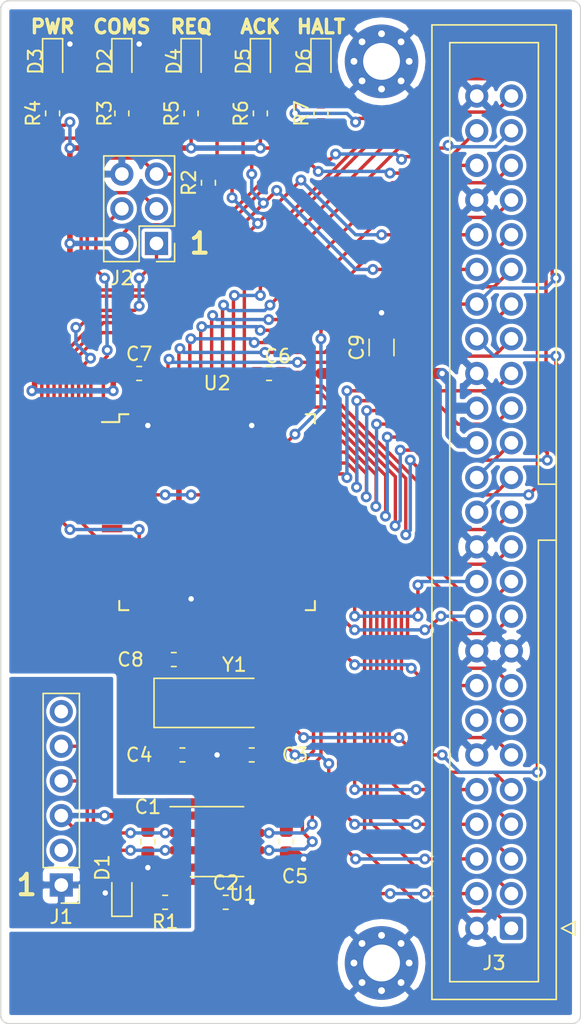
<source format=kicad_pcb>
(kicad_pcb (version 20171130) (host pcbnew "(5.1.6-0-10_14)")
  (title_block (title "Z80 Monitor") (date 2020-12-06) (rev 1) (company "James Macfarlane"))
  (layers (0 F.Cu signal) (31 B.Cu signal) (34 B.Paste user hide) (35 F.Paste user hide) (36 B.SilkS user) (37 F.SilkS user) (38 B.Mask user) (39 F.Mask user) (44 Edge.Cuts user))
  (net 0 "")
  (net 1 GND)
  (net 2 /D0)
  (net 3 /D1)
  (net 4 /~IORQ~)
  (net 5 /D2)
  (net 6 /~RD~)
  (net 7 /D3)
  (net 8 /~WR~)
  (net 9 /D4)
  (net 10 /~M1~)
  (net 11 /D5)
  (net 12 /D6)
  (net 13 /CLK)
  (net 14 /D7)
  (net 15 /~RESET~)
  (net 16 /A0)
  (net 17 /~WAIT~)
  (net 18 /A1)
  (net 19 /~INT~)
  (net 20 /A2)
  (net 21 /A3)
  (net 22 /~NMI~)
  (net 23 /A4)
  (net 24 /RSVD0)
  (net 25 /A5)
  (net 26 /A6)
  (net 27 /A7)
  (net 28 /A8)
  (net 29 /~MREQ~)
  (net 30 /A9)
  (net 31 /~HALT~)
  (net 32 /A10)
  (net 33 /~BUSAK~)
  (net 34 /A11)
  (net 35 /~BUSRQ~)
  (net 36 /A12)
  (net 37 /A13)
  (net 38 /RSVD1)
  (net 39 /A14)
  (net 40 /RSVD2)
  (net 41 /A15)
  (net 42 +5V)
  (net 43 /PDO)
  (net 44 /SCK)
  (net 45 /PDI)
  (net 46 /~RST~)
  (net 47 /RXD1)
  (net 48 /TXD1)
  (net 49 "Net-(D1-Pad2)")
  (net 50 "Net-(D2-Pad2)")
  (net 51 "Net-(D3-Pad2)")
  (net 52 "Net-(D4-Pad2)")
  (net 53 "Net-(D5-Pad2)")
  (net 54 "Net-(D6-Pad2)")
  (net 55 "Net-(R3-Pad2)")
  (net 56 "Net-(C1-Pad2)")
  (net 57 "Net-(C3-Pad1)")
  (net 58 "Net-(J1-Pad6)")
  (net 59 "Net-(J1-Pad5)")
  (net 60 "Net-(J1-Pad4)")
  (net 61 "Net-(J1-Pad2)")
  (net 62 "Net-(U2-Pad10)")
  (net 63 "Net-(U2-Pad12)")
  (net 64 "Net-(U2-Pad13)")
  (net 65 "Net-(U2-Pad15)")
  (net 66 "Net-(U2-Pad16)")
  (net 67 "Net-(U2-Pad17)")
  (net 68 "Net-(U2-Pad18)")
  (net 69 "Net-(U2-Pad19)")
  (net 70 "Net-(U2-Pad43)")
  (net 71 /ISO_GND)
  (net 72 "Net-(C4-Pad1)")
  (module MountingHole:MountingHole_2.7mm_M2.5_Pad_Via (layer F.Cu) (at 130.175 121.92)
    (fp_text reference H2 hide)
    (fp_text value MountingHole_Pad hide)
    (pad 1 thru_hole circle (at 1.431891 -1.431891) (size 0.8 0.8) (drill 0.5) (layers *.Cu *.Mask) (net 1 GND))
    (pad 1 thru_hole circle (at 0 -2.025) (size 0.8 0.8) (drill 0.5) (layers *.Cu *.Mask) (net 1 GND))
    (pad 1 thru_hole circle (at -1.431891 -1.431891) (size 0.8 0.8) (drill 0.5) (layers *.Cu *.Mask) (net 1 GND))
    (pad 1 thru_hole circle (at -2.025 0) (size 0.8 0.8) (drill 0.5) (layers *.Cu *.Mask) (net 1 GND))
    (pad 1 thru_hole circle (at -1.431891 1.431891) (size 0.8 0.8) (drill 0.5) (layers *.Cu *.Mask) (net 1 GND))
    (pad 1 thru_hole circle (at 0 2.025) (size 0.8 0.8) (drill 0.5) (layers *.Cu *.Mask) (net 1 GND))
    (pad 1 thru_hole circle (at 1.431891 1.431891) (size 0.8 0.8) (drill 0.5) (layers *.Cu *.Mask) (net 1 GND))
    (pad 1 thru_hole circle (at 2.025 0) (size 0.8 0.8) (drill 0.5) (layers *.Cu *.Mask) (net 1 GND))
    (pad 1 thru_hole circle (at 0 0) (size 5.4 5.4) (drill 2.7) (layers *.Cu *.Mask) (net 1 GND))
  )
  (module MountingHole:MountingHole_2.7mm_M2.5_Pad_Via (layer F.Cu) (at 130.175 55.88)
    (fp_text reference H1 hide)
    (fp_text value M2.5 hide)
    (pad 1 thru_hole circle (at 1.431891 -1.431891) (size 0.8 0.8) (drill 0.5) (layers *.Cu *.Mask) (net 1 GND))
    (pad 1 thru_hole circle (at 0 -2.025) (size 0.8 0.8) (drill 0.5) (layers *.Cu *.Mask) (net 1 GND))
    (pad 1 thru_hole circle (at -1.431891 -1.431891) (size 0.8 0.8) (drill 0.5) (layers *.Cu *.Mask) (net 1 GND))
    (pad 1 thru_hole circle (at -2.025 0) (size 0.8 0.8) (drill 0.5) (layers *.Cu *.Mask) (net 1 GND))
    (pad 1 thru_hole circle (at -1.431891 1.431891) (size 0.8 0.8) (drill 0.5) (layers *.Cu *.Mask) (net 1 GND))
    (pad 1 thru_hole circle (at 0 2.025) (size 0.8 0.8) (drill 0.5) (layers *.Cu *.Mask) (net 1 GND))
    (pad 1 thru_hole circle (at 1.431891 1.431891) (size 0.8 0.8) (drill 0.5) (layers *.Cu *.Mask) (net 1 GND))
    (pad 1 thru_hole circle (at 2.025 0) (size 0.8 0.8) (drill 0.5) (layers *.Cu *.Mask) (net 1 GND))
    (pad 1 thru_hole circle (at 0 0) (size 5.4 5.4) (drill 2.7) (layers *.Cu *.Mask) (net 1 GND))
  )
  (module Capacitor_SMD:C_0603_1608Metric_Pad1.05x0.95mm_HandSolder (layer F.Cu) (at 118.745 117.475)
    (fp_text reference C2 (at 0 -1.43) (layer F.SilkS))
    (fp_text value 100p)
    (pad 2 smd roundrect (at 0.875 0) (size 1.05 0.95) (layers F.Cu F.Paste F.Mask) (net 1 GND))
    (pad 1 smd roundrect (at -0.875 0) (size 1.05 0.95) (layers F.Cu F.Paste F.Mask) (net 71 /ISO_GND))
  )
  (module LED_SMD:LED_0603_1608Metric_Pad1.05x0.95mm_HandSolder (layer F.Cu) (at 121.285 55.88 270)
    (fp_text reference D5 (at 0 1.27 90) (layer F.SilkS))
    (fp_text value BLU)
    (pad 2 smd roundrect (at 0.875 0 270) (size 1.05 0.95) (layers F.Cu F.Paste F.Mask) (net 53 "Net-(D5-Pad2)"))
    (pad 1 smd roundrect (at -0.875 0 270) (size 1.05 0.95) (layers F.Cu F.Paste F.Mask) (net 33 /~BUSAK~))
  )
  (module Housings_QFP:TQFP-64_14x14mm_Pitch0.8mm (layer F.Cu) (at 118.11 88.9)
    (fp_text reference U2 (at 0 -9.45) (layer F.SilkS))
    (fp_text value ATmega1281-16AU)
    (pad 1 smd rect (at -7.7 -6) (size 1.5 0.55) (layers F.Cu F.Paste F.Mask) (net 22 /~NMI~))
    (pad 2 smd rect (at -7.7 -5.2) (size 1.5 0.55) (layers F.Cu F.Paste F.Mask) (net 45 /PDI))
    (pad 3 smd rect (at -7.7 -4.4) (size 1.5 0.55) (layers F.Cu F.Paste F.Mask) (net 43 /PDO))
    (pad 4 smd rect (at -7.7 -3.6) (size 1.5 0.55) (layers F.Cu F.Paste F.Mask) (net 24 /RSVD0))
    (pad 5 smd rect (at -7.7 -2.8) (size 1.5 0.55) (layers F.Cu F.Paste F.Mask) (net 35 /~BUSRQ~))
    (pad 6 smd rect (at -7.7 -2) (size 1.5 0.55) (layers F.Cu F.Paste F.Mask) (net 33 /~BUSAK~))
    (pad 7 smd rect (at -7.7 -1.2) (size 1.5 0.55) (layers F.Cu F.Paste F.Mask) (net 31 /~HALT~))
    (pad 8 smd rect (at -7.7 -0.4) (size 1.5 0.55) (layers F.Cu F.Paste F.Mask) (net 38 /RSVD1))
    (pad 9 smd rect (at -7.7 0.4) (size 1.5 0.55) (layers F.Cu F.Paste F.Mask) (net 40 /RSVD2))
    (pad 10 smd rect (at -7.7 1.2) (size 1.5 0.55) (layers F.Cu F.Paste F.Mask) (net 62 "Net-(U2-Pad10)"))
    (pad 11 smd rect (at -7.7 2) (size 1.5 0.55) (layers F.Cu F.Paste F.Mask) (net 44 /SCK))
    (pad 12 smd rect (at -7.7 2.8) (size 1.5 0.55) (layers F.Cu F.Paste F.Mask) (net 63 "Net-(U2-Pad12)"))
    (pad 13 smd rect (at -7.7 3.6) (size 1.5 0.55) (layers F.Cu F.Paste F.Mask) (net 64 "Net-(U2-Pad13)"))
    (pad 14 smd rect (at -7.7 4.4) (size 1.5 0.55) (layers F.Cu F.Paste F.Mask) (net 55 "Net-(R3-Pad2)"))
    (pad 15 smd rect (at -7.7 5.2) (size 1.5 0.55) (layers F.Cu F.Paste F.Mask) (net 65 "Net-(U2-Pad15)"))
    (pad 16 smd rect (at -7.7 6) (size 1.5 0.55) (layers F.Cu F.Paste F.Mask) (net 66 "Net-(U2-Pad16)"))
    (pad 17 smd rect (at -6 7.7 90) (size 1.5 0.55) (layers F.Cu F.Paste F.Mask) (net 67 "Net-(U2-Pad17)"))
    (pad 18 smd rect (at -5.2 7.7 90) (size 1.5 0.55) (layers F.Cu F.Paste F.Mask) (net 68 "Net-(U2-Pad18)"))
    (pad 19 smd rect (at -4.4 7.7 90) (size 1.5 0.55) (layers F.Cu F.Paste F.Mask) (net 69 "Net-(U2-Pad19)"))
    (pad 20 smd rect (at -3.6 7.7 90) (size 1.5 0.55) (layers F.Cu F.Paste F.Mask) (net 46 /~RST~))
    (pad 21 smd rect (at -2.8 7.7 90) (size 1.5 0.55) (layers F.Cu F.Paste F.Mask) (net 42 +5V))
    (pad 22 smd rect (at -2 7.7 90) (size 1.5 0.55) (layers F.Cu F.Paste F.Mask) (net 1 GND))
    (pad 23 smd rect (at -1.2 7.7 90) (size 1.5 0.55) (layers F.Cu F.Paste F.Mask) (net 72 "Net-(C4-Pad1)"))
    (pad 24 smd rect (at -0.4 7.7 90) (size 1.5 0.55) (layers F.Cu F.Paste F.Mask) (net 57 "Net-(C3-Pad1)"))
    (pad 25 smd rect (at 0.4 7.7 90) (size 1.5 0.55) (layers F.Cu F.Paste F.Mask) (net 4 /~IORQ~))
    (pad 26 smd rect (at 1.2 7.7 90) (size 1.5 0.55) (layers F.Cu F.Paste F.Mask) (net 29 /~MREQ~))
    (pad 27 smd rect (at 2 7.7 90) (size 1.5 0.55) (layers F.Cu F.Paste F.Mask) (net 47 /RXD1))
    (pad 28 smd rect (at 2.8 7.7 90) (size 1.5 0.55) (layers F.Cu F.Paste F.Mask) (net 48 /TXD1))
    (pad 29 smd rect (at 3.6 7.7 90) (size 1.5 0.55) (layers F.Cu F.Paste F.Mask) (net 6 /~RD~))
    (pad 30 smd rect (at 4.4 7.7 90) (size 1.5 0.55) (layers F.Cu F.Paste F.Mask) (net 8 /~WR~))
    (pad 31 smd rect (at 5.2 7.7 90) (size 1.5 0.55) (layers F.Cu F.Paste F.Mask) (net 10 /~M1~))
    (pad 32 smd rect (at 6 7.7 90) (size 1.5 0.55) (layers F.Cu F.Paste F.Mask) (net 15 /~RESET~))
    (pad 33 smd rect (at 7.7 6) (size 1.5 0.55) (layers F.Cu F.Paste F.Mask) (net 17 /~WAIT~))
    (pad 34 smd rect (at 7.7 5.2) (size 1.5 0.55) (layers F.Cu F.Paste F.Mask) (net 19 /~INT~))
    (pad 35 smd rect (at 7.7 4.4) (size 1.5 0.55) (layers F.Cu F.Paste F.Mask) (net 2 /D0))
    (pad 36 smd rect (at 7.7 3.6) (size 1.5 0.55) (layers F.Cu F.Paste F.Mask) (net 3 /D1))
    (pad 37 smd rect (at 7.7 2.8) (size 1.5 0.55) (layers F.Cu F.Paste F.Mask) (net 5 /D2))
    (pad 38 smd rect (at 7.7 2) (size 1.5 0.55) (layers F.Cu F.Paste F.Mask) (net 7 /D3))
    (pad 39 smd rect (at 7.7 1.2) (size 1.5 0.55) (layers F.Cu F.Paste F.Mask) (net 9 /D4))
    (pad 40 smd rect (at 7.7 0.4) (size 1.5 0.55) (layers F.Cu F.Paste F.Mask) (net 11 /D5))
    (pad 41 smd rect (at 7.7 -0.4) (size 1.5 0.55) (layers F.Cu F.Paste F.Mask) (net 12 /D6))
    (pad 42 smd rect (at 7.7 -1.2) (size 1.5 0.55) (layers F.Cu F.Paste F.Mask) (net 14 /D7))
    (pad 43 smd rect (at 7.7 -2) (size 1.5 0.55) (layers F.Cu F.Paste F.Mask) (net 70 "Net-(U2-Pad43)"))
    (pad 44 smd rect (at 7.7 -2.8) (size 1.5 0.55) (layers F.Cu F.Paste F.Mask) (net 27 /A7))
    (pad 45 smd rect (at 7.7 -3.6) (size 1.5 0.55) (layers F.Cu F.Paste F.Mask) (net 26 /A6))
    (pad 46 smd rect (at 7.7 -4.4) (size 1.5 0.55) (layers F.Cu F.Paste F.Mask) (net 25 /A5))
    (pad 47 smd rect (at 7.7 -5.2) (size 1.5 0.55) (layers F.Cu F.Paste F.Mask) (net 23 /A4))
    (pad 48 smd rect (at 7.7 -6) (size 1.5 0.55) (layers F.Cu F.Paste F.Mask) (net 21 /A3))
    (pad 49 smd rect (at 6 -7.7 90) (size 1.5 0.55) (layers F.Cu F.Paste F.Mask) (net 20 /A2))
    (pad 50 smd rect (at 5.2 -7.7 90) (size 1.5 0.55) (layers F.Cu F.Paste F.Mask) (net 18 /A1))
    (pad 51 smd rect (at 4.4 -7.7 90) (size 1.5 0.55) (layers F.Cu F.Paste F.Mask) (net 16 /A0))
    (pad 52 smd rect (at 3.6 -7.7 90) (size 1.5 0.55) (layers F.Cu F.Paste F.Mask) (net 42 +5V))
    (pad 53 smd rect (at 2.8 -7.7 90) (size 1.5 0.55) (layers F.Cu F.Paste F.Mask) (net 1 GND))
    (pad 54 smd rect (at 2 -7.7 90) (size 1.5 0.55) (layers F.Cu F.Paste F.Mask) (net 41 /A15))
    (pad 55 smd rect (at 1.2 -7.7 90) (size 1.5 0.55) (layers F.Cu F.Paste F.Mask) (net 39 /A14))
    (pad 56 smd rect (at 0.4 -7.7 90) (size 1.5 0.55) (layers F.Cu F.Paste F.Mask) (net 37 /A13))
    (pad 57 smd rect (at -0.4 -7.7 90) (size 1.5 0.55) (layers F.Cu F.Paste F.Mask) (net 36 /A12))
    (pad 58 smd rect (at -1.2 -7.7 90) (size 1.5 0.55) (layers F.Cu F.Paste F.Mask) (net 34 /A11))
    (pad 59 smd rect (at -2 -7.7 90) (size 1.5 0.55) (layers F.Cu F.Paste F.Mask) (net 32 /A10))
    (pad 60 smd rect (at -2.8 -7.7 90) (size 1.5 0.55) (layers F.Cu F.Paste F.Mask) (net 30 /A9))
    (pad 61 smd rect (at -3.6 -7.7 90) (size 1.5 0.55) (layers F.Cu F.Paste F.Mask) (net 28 /A8))
    (pad 62 smd rect (at -4.4 -7.7 90) (size 1.5 0.55) (layers F.Cu F.Paste F.Mask) (net 42 +5V))
    (pad 63 smd rect (at -5.2 -7.7 90) (size 1.5 0.55) (layers F.Cu F.Paste F.Mask) (net 1 GND))
    (pad 64 smd rect (at -6 -7.7 90) (size 1.5 0.55) (layers F.Cu F.Paste F.Mask) (net 42 +5V))
  )
  (module Capacitor_SMD:C_0603_1608Metric_Pad1.05x0.95mm_HandSolder (layer F.Cu) (at 123.19 113.03 90)
    (fp_text reference C5 (at -2.54 0.635 180) (layer F.SilkS))
    (fp_text value 0u1)
    (pad 2 smd roundrect (at 0.875 0 90) (size 1.05 0.95) (layers F.Cu F.Paste F.Mask) (net 42 +5V))
    (pad 1 smd roundrect (at -0.875 0 90) (size 1.05 0.95) (layers F.Cu F.Paste F.Mask) (net 1 GND))
  )
  (module Capacitor_SMD:C_0603_1608Metric_Pad1.05x0.95mm_HandSolder (layer F.Cu) (at 114.935 99.695)
    (fp_text reference C8 (at -3.175 0) (layer F.SilkS))
    (fp_text value 0u1)
    (pad 2 smd roundrect (at 0.875 0) (size 1.05 0.95) (layers F.Cu F.Paste F.Mask) (net 1 GND))
    (pad 1 smd roundrect (at -0.875 0) (size 1.05 0.95) (layers F.Cu F.Paste F.Mask) (net 42 +5V))
  )
  (module Capacitor_SMD:C_0603_1608Metric_Pad1.05x0.95mm_HandSolder (layer F.Cu) (at 113.03 113.03 90)
    (fp_text reference C1 (at 2.54 0 180) (layer F.SilkS))
    (fp_text value 0u1)
    (pad 2 smd roundrect (at 0.875 0 90) (size 1.05 0.95) (layers F.Cu F.Paste F.Mask) (net 56 "Net-(C1-Pad2)"))
    (pad 1 smd roundrect (at -0.875 0 90) (size 1.05 0.95) (layers F.Cu F.Paste F.Mask) (net 71 /ISO_GND))
  )
  (module Connector_IDC:IDC-Header_2x25_P2.54mm_Vertical (layer F.Cu) (at 139.7 119.38 180)
    (fp_text reference J3 (at 1.27 -2.54) (layer F.SilkS))
    (fp_text value Conn_02x25_Odd_Even)
    (pad 50 thru_hole circle (at 2.54 60.96 180) (size 1.7 1.7) (drill 1) (layers *.Cu *.Mask) (net 1 GND))
    (pad 48 thru_hole circle (at 2.54 58.42 180) (size 1.7 1.7) (drill 1) (layers *.Cu *.Mask) (net 40 /RSVD2))
    (pad 46 thru_hole circle (at 2.54 55.88 180) (size 1.7 1.7) (drill 1) (layers *.Cu *.Mask) (net 38 /RSVD1))
    (pad 44 thru_hole circle (at 2.54 53.34 180) (size 1.7 1.7) (drill 1) (layers *.Cu *.Mask) (net 1 GND))
    (pad 42 thru_hole circle (at 2.54 50.8 180) (size 1.7 1.7) (drill 1) (layers *.Cu *.Mask) (net 35 /~BUSRQ~))
    (pad 40 thru_hole circle (at 2.54 48.26 180) (size 1.7 1.7) (drill 1) (layers *.Cu *.Mask) (net 33 /~BUSAK~))
    (pad 38 thru_hole circle (at 2.54 45.72 180) (size 1.7 1.7) (drill 1) (layers *.Cu *.Mask) (net 31 /~HALT~))
    (pad 36 thru_hole circle (at 2.54 43.18 180) (size 1.7 1.7) (drill 1) (layers *.Cu *.Mask) (net 29 /~MREQ~))
    (pad 34 thru_hole circle (at 2.54 40.64 180) (size 1.7 1.7) (drill 1) (layers *.Cu *.Mask) (net 1 GND))
    (pad 32 thru_hole circle (at 2.54 38.1 180) (size 1.7 1.7) (drill 1) (layers *.Cu *.Mask) (net 42 +5V))
    (pad 30 thru_hole circle (at 2.54 35.56 180) (size 1.7 1.7) (drill 1) (layers *.Cu *.Mask) (net 42 +5V))
    (pad 28 thru_hole circle (at 2.54 33.02 180) (size 1.7 1.7) (drill 1) (layers *.Cu *.Mask) (net 24 /RSVD0))
    (pad 26 thru_hole circle (at 2.54 30.48 180) (size 1.7 1.7) (drill 1) (layers *.Cu *.Mask) (net 22 /~NMI~))
    (pad 24 thru_hole circle (at 2.54 27.94 180) (size 1.7 1.7) (drill 1) (layers *.Cu *.Mask) (net 1 GND))
    (pad 22 thru_hole circle (at 2.54 25.4 180) (size 1.7 1.7) (drill 1) (layers *.Cu *.Mask) (net 19 /~INT~))
    (pad 20 thru_hole circle (at 2.54 22.86 180) (size 1.7 1.7) (drill 1) (layers *.Cu *.Mask) (net 17 /~WAIT~))
    (pad 18 thru_hole circle (at 2.54 20.32 180) (size 1.7 1.7) (drill 1) (layers *.Cu *.Mask) (net 1 GND))
    (pad 16 thru_hole circle (at 2.54 17.78 180) (size 1.7 1.7) (drill 1) (layers *.Cu *.Mask) (net 15 /~RESET~))
    (pad 14 thru_hole circle (at 2.54 15.24 180) (size 1.7 1.7) (drill 1) (layers *.Cu *.Mask) (net 13 /CLK))
    (pad 12 thru_hole circle (at 2.54 12.7 180) (size 1.7 1.7) (drill 1) (layers *.Cu *.Mask) (net 1 GND))
    (pad 10 thru_hole circle (at 2.54 10.16 180) (size 1.7 1.7) (drill 1) (layers *.Cu *.Mask) (net 10 /~M1~))
    (pad 8 thru_hole circle (at 2.54 7.62 180) (size 1.7 1.7) (drill 1) (layers *.Cu *.Mask) (net 8 /~WR~))
    (pad 6 thru_hole circle (at 2.54 5.08 180) (size 1.7 1.7) (drill 1) (layers *.Cu *.Mask) (net 6 /~RD~))
    (pad 4 thru_hole circle (at 2.54 2.54 180) (size 1.7 1.7) (drill 1) (layers *.Cu *.Mask) (net 4 /~IORQ~))
    (pad 2 thru_hole circle (at 2.54 0 180) (size 1.7 1.7) (drill 1) (layers *.Cu *.Mask) (net 1 GND))
    (pad 49 thru_hole circle (at 0 60.96 180) (size 1.7 1.7) (drill 1) (layers *.Cu *.Mask) (net 41 /A15))
    (pad 47 thru_hole circle (at 0 58.42 180) (size 1.7 1.7) (drill 1) (layers *.Cu *.Mask) (net 39 /A14))
    (pad 45 thru_hole circle (at 0 55.88 180) (size 1.7 1.7) (drill 1) (layers *.Cu *.Mask) (net 37 /A13))
    (pad 43 thru_hole circle (at 0 53.34 180) (size 1.7 1.7) (drill 1) (layers *.Cu *.Mask) (net 36 /A12))
    (pad 41 thru_hole circle (at 0 50.8 180) (size 1.7 1.7) (drill 1) (layers *.Cu *.Mask) (net 34 /A11))
    (pad 39 thru_hole circle (at 0 48.26 180) (size 1.7 1.7) (drill 1) (layers *.Cu *.Mask) (net 32 /A10))
    (pad 37 thru_hole circle (at 0 45.72 180) (size 1.7 1.7) (drill 1) (layers *.Cu *.Mask) (net 30 /A9))
    (pad 35 thru_hole circle (at 0 43.18 180) (size 1.7 1.7) (drill 1) (layers *.Cu *.Mask) (net 28 /A8))
    (pad 33 thru_hole circle (at 0 40.64 180) (size 1.7 1.7) (drill 1) (layers *.Cu *.Mask) (net 27 /A7))
    (pad 31 thru_hole circle (at 0 38.1 180) (size 1.7 1.7) (drill 1) (layers *.Cu *.Mask) (net 26 /A6))
    (pad 29 thru_hole circle (at 0 35.56 180) (size 1.7 1.7) (drill 1) (layers *.Cu *.Mask) (net 25 /A5))
    (pad 27 thru_hole circle (at 0 33.02 180) (size 1.7 1.7) (drill 1) (layers *.Cu *.Mask) (net 23 /A4))
    (pad 25 thru_hole circle (at 0 30.48 180) (size 1.7 1.7) (drill 1) (layers *.Cu *.Mask) (net 21 /A3))
    (pad 23 thru_hole circle (at 0 27.94 180) (size 1.7 1.7) (drill 1) (layers *.Cu *.Mask) (net 20 /A2))
    (pad 21 thru_hole circle (at 0 25.4 180) (size 1.7 1.7) (drill 1) (layers *.Cu *.Mask) (net 18 /A1))
    (pad 19 thru_hole circle (at 0 22.86 180) (size 1.7 1.7) (drill 1) (layers *.Cu *.Mask) (net 16 /A0))
    (pad 17 thru_hole circle (at 0 20.32 180) (size 1.7 1.7) (drill 1) (layers *.Cu *.Mask) (net 1 GND))
    (pad 15 thru_hole circle (at 0 17.78 180) (size 1.7 1.7) (drill 1) (layers *.Cu *.Mask) (net 14 /D7))
    (pad 13 thru_hole circle (at 0 15.24 180) (size 1.7 1.7) (drill 1) (layers *.Cu *.Mask) (net 12 /D6))
    (pad 11 thru_hole circle (at 0 12.7 180) (size 1.7 1.7) (drill 1) (layers *.Cu *.Mask) (net 11 /D5))
    (pad 9 thru_hole circle (at 0 10.16 180) (size 1.7 1.7) (drill 1) (layers *.Cu *.Mask) (net 9 /D4))
    (pad 7 thru_hole circle (at 0 7.62 180) (size 1.7 1.7) (drill 1) (layers *.Cu *.Mask) (net 7 /D3))
    (pad 5 thru_hole circle (at 0 5.08 180) (size 1.7 1.7) (drill 1) (layers *.Cu *.Mask) (net 5 /D2))
    (pad 3 thru_hole circle (at 0 2.54 180) (size 1.7 1.7) (drill 1) (layers *.Cu *.Mask) (net 3 /D1))
    (pad 1 thru_hole roundrect (at 0 0 180) (size 1.7 1.7) (drill 1) (layers *.Cu *.Mask) (roundrect_rratio 0.1470588235294118) (net 2 /D0))
  )
  (module Resistor_SMD:R_0603_1608Metric_Pad1.05x0.95mm_HandSolder (layer F.Cu) (at 117.475 64.77 90)
    (fp_text reference R2 (at 0 -1.43 90) (layer F.SilkS))
    (fp_text value 10K)
    (pad 2 smd roundrect (at 0.875 0 90) (size 1.05 0.95) (layers F.Cu F.Paste F.Mask) (net 46 /~RST~))
    (pad 1 smd roundrect (at -0.875 0 90) (size 1.05 0.95) (layers F.Cu F.Paste F.Mask) (net 42 +5V))
  )
  (module Connector_PinHeader_2.54mm:PinHeader_2x03_P2.54mm_Vertical (layer F.Cu) (at 113.665 69.215 180)
    (fp_text reference J2 (at 2.54 -2.54) (layer F.SilkS))
    (fp_text value Conn_02x03_Odd_Even)
    (pad 6 thru_hole oval (at 2.54 5.08 180) (size 1.7 1.7) (drill 1) (layers *.Cu *.Mask) (net 1 GND))
    (pad 5 thru_hole oval (at 0 5.08 180) (size 1.7 1.7) (drill 1) (layers *.Cu *.Mask) (net 46 /~RST~))
    (pad 4 thru_hole oval (at 2.54 2.54 180) (size 1.7 1.7) (drill 1) (layers *.Cu *.Mask) (net 45 /PDI))
    (pad 3 thru_hole oval (at 0 2.54 180) (size 1.7 1.7) (drill 1) (layers *.Cu *.Mask) (net 44 /SCK))
    (pad 2 thru_hole oval (at 2.54 0 180) (size 1.7 1.7) (drill 1) (layers *.Cu *.Mask) (net 42 +5V))
    (pad 1 thru_hole rect (at 0 0 180) (size 1.7 1.7) (drill 1) (layers *.Cu *.Mask) (net 43 /PDO))
  )
  (module Capacitor_SMD:C_1206_3216Metric_Pad1.42x1.75mm_HandSolder (layer F.Cu) (at 130.175 76.835 90)
    (fp_text reference C9 (at 0 -1.82 90) (layer F.SilkS))
    (fp_text value 10u)
    (pad 2 smd roundrect (at 1.4875 0 90) (size 1.425 1.75) (layers F.Cu F.Paste F.Mask) (roundrect_rratio 0.1754385964912281) (net 1 GND))
    (pad 1 smd roundrect (at -1.4875 0 90) (size 1.425 1.75) (layers F.Cu F.Paste F.Mask) (roundrect_rratio 0.1754385964912281) (net 42 +5V))
  )
  (module Capacitor_SMD:C_0603_1608Metric_Pad1.05x0.95mm_HandSolder (layer F.Cu) (at 112.395 78.74)
    (fp_text reference C7 (at 0 -1.43) (layer F.SilkS))
    (fp_text value 0u1)
    (pad 2 smd roundrect (at 0.875 0) (size 1.05 0.95) (layers F.Cu F.Paste F.Mask) (net 1 GND))
    (pad 1 smd roundrect (at -0.875 0) (size 1.05 0.95) (layers F.Cu F.Paste F.Mask) (net 42 +5V))
  )
  (module Capacitor_SMD:C_0603_1608Metric_Pad1.05x0.95mm_HandSolder (layer F.Cu) (at 121.92 78.74 180)
    (fp_text reference C6 (at -0.635 1.27) (layer F.SilkS))
    (fp_text value 0u1)
    (pad 2 smd roundrect (at 0.875 0 180) (size 1.05 0.95) (layers F.Cu F.Paste F.Mask) (net 1 GND))
    (pad 1 smd roundrect (at -0.875 0 180) (size 1.05 0.95) (layers F.Cu F.Paste F.Mask) (net 42 +5V))
  )
  (module Capacitor_SMD:C_0603_1608Metric_Pad1.05x0.95mm_HandSolder (layer F.Cu) (at 115.57 106.68)
    (fp_text reference C4 (at -3.175 0) (layer F.SilkS))
    (fp_text value 15p)
    (pad 2 smd roundrect (at 0.875 0) (size 1.05 0.95) (layers F.Cu F.Paste F.Mask) (net 1 GND))
    (pad 1 smd roundrect (at -0.875 0) (size 1.05 0.95) (layers F.Cu F.Paste F.Mask) (net 72 "Net-(C4-Pad1)"))
  )
  (module Capacitor_SMD:C_0603_1608Metric_Pad1.05x0.95mm_HandSolder (layer F.Cu) (at 120.65 106.68 180)
    (fp_text reference C3 (at -3.175 0) (layer F.SilkS))
    (fp_text value 15p)
    (pad 2 smd roundrect (at 0.875 0 180) (size 1.05 0.95) (layers F.Cu F.Paste F.Mask) (net 1 GND))
    (pad 1 smd roundrect (at -0.875 0 180) (size 1.05 0.95) (layers F.Cu F.Paste F.Mask) (net 57 "Net-(C3-Pad1)"))
  )
  (module Resistor_SMD:R_0603_1608Metric_Pad1.05x0.95mm_HandSolder (layer F.Cu) (at 125.73 59.69 90)
    (fp_text reference R7 (at 0 -1.43 90) (layer F.SilkS))
    (fp_text value 3K3)
    (pad 2 smd roundrect (at 0.875 0 90) (size 1.05 0.95) (layers F.Cu F.Paste F.Mask) (net 54 "Net-(D6-Pad2)"))
    (pad 1 smd roundrect (at -0.875 0 90) (size 1.05 0.95) (layers F.Cu F.Paste F.Mask) (net 42 +5V))
  )
  (module Resistor_SMD:R_0603_1608Metric_Pad1.05x0.95mm_HandSolder (layer F.Cu) (at 121.285 59.69 90)
    (fp_text reference R6 (at 0 -1.43 90) (layer F.SilkS))
    (fp_text value 1K8)
    (pad 2 smd roundrect (at 0.875 0 90) (size 1.05 0.95) (layers F.Cu F.Paste F.Mask) (net 53 "Net-(D5-Pad2)"))
    (pad 1 smd roundrect (at -0.875 0 90) (size 1.05 0.95) (layers F.Cu F.Paste F.Mask) (net 42 +5V))
  )
  (module Resistor_SMD:R_0603_1608Metric_Pad1.05x0.95mm_HandSolder (layer F.Cu) (at 116.205 59.69 90)
    (fp_text reference R5 (at 0 -1.43 90) (layer F.SilkS))
    (fp_text value 1K8)
    (pad 2 smd roundrect (at 0.875 0 90) (size 1.05 0.95) (layers F.Cu F.Paste F.Mask) (net 52 "Net-(D4-Pad2)"))
    (pad 1 smd roundrect (at -0.875 0 90) (size 1.05 0.95) (layers F.Cu F.Paste F.Mask) (net 42 +5V))
  )
  (module Resistor_SMD:R_0603_1608Metric_Pad1.05x0.95mm_HandSolder (layer F.Cu) (at 106.045 59.69 90)
    (fp_text reference R4 (at 0 -1.43 90) (layer F.SilkS))
    (fp_text value 6K2)
    (pad 2 smd roundrect (at 0.875 0 90) (size 1.05 0.95) (layers F.Cu F.Paste F.Mask) (net 51 "Net-(D3-Pad2)"))
    (pad 1 smd roundrect (at -0.875 0 90) (size 1.05 0.95) (layers F.Cu F.Paste F.Mask) (net 42 +5V))
  )
  (module Resistor_SMD:R_0603_1608Metric_Pad1.05x0.95mm_HandSolder (layer F.Cu) (at 111.125 59.69 270)
    (fp_text reference R3 (at 0 1.27 90) (layer F.SilkS))
    (fp_text value 2K7)
    (pad 2 smd roundrect (at 0.875 0 270) (size 1.05 0.95) (layers F.Cu F.Paste F.Mask) (net 55 "Net-(R3-Pad2)"))
    (pad 1 smd roundrect (at -0.875 0 270) (size 1.05 0.95) (layers F.Cu F.Paste F.Mask) (net 50 "Net-(D2-Pad2)"))
  )
  (module Resistor_SMD:R_0603_1608Metric_Pad1.05x0.95mm_HandSolder (layer F.Cu) (at 114.3 117.475 180)
    (fp_text reference R1 (at 0 -1.43) (layer F.SilkS))
    (fp_text value 6K2)
    (pad 2 smd roundrect (at 0.875 0 180) (size 1.05 0.95) (layers F.Cu F.Paste F.Mask) (net 49 "Net-(D1-Pad2)"))
    (pad 1 smd roundrect (at -0.875 0 180) (size 1.05 0.95) (layers F.Cu F.Paste F.Mask) (net 56 "Net-(C1-Pad2)"))
  )
  (module Connector_PinHeader_2.54mm:PinHeader_1x06_P2.54mm_Vertical (layer F.Cu) (at 106.68 116.205 180)
    (fp_text reference J1 (at 0 -2.33) (layer F.SilkS))
    (fp_text value Conn_01x06)
    (pad 6 thru_hole oval (at 0 12.7 180) (size 1.7 1.7) (drill 1) (layers *.Cu *.Mask) (net 58 "Net-(J1-Pad6)"))
    (pad 5 thru_hole oval (at 0 10.16 180) (size 1.7 1.7) (drill 1) (layers *.Cu *.Mask) (net 59 "Net-(J1-Pad5)"))
    (pad 4 thru_hole oval (at 0 7.62 180) (size 1.7 1.7) (drill 1) (layers *.Cu *.Mask) (net 60 "Net-(J1-Pad4)"))
    (pad 3 thru_hole oval (at 0 5.08 180) (size 1.7 1.7) (drill 1) (layers *.Cu *.Mask) (net 56 "Net-(C1-Pad2)"))
    (pad 2 thru_hole oval (at 0 2.54 180) (size 1.7 1.7) (drill 1) (layers *.Cu *.Mask) (net 61 "Net-(J1-Pad2)"))
    (pad 1 thru_hole rect (at 0 0 180) (size 1.7 1.7) (drill 1) (layers *.Cu *.Mask) (net 71 /ISO_GND))
  )
  (module LED_SMD:LED_0603_1608Metric_Pad1.05x0.95mm_HandSolder (layer F.Cu) (at 125.73 55.88 270)
    (fp_text reference D6 (at 0 1.27 90) (layer F.SilkS))
    (fp_text value RED)
    (pad 2 smd roundrect (at 0.875 0 270) (size 1.05 0.95) (layers F.Cu F.Paste F.Mask) (net 54 "Net-(D6-Pad2)"))
    (pad 1 smd roundrect (at -0.875 0 270) (size 1.05 0.95) (layers F.Cu F.Paste F.Mask) (net 31 /~HALT~))
  )
  (module LED_SMD:LED_0603_1608Metric_Pad1.05x0.95mm_HandSolder (layer F.Cu) (at 116.205 55.88 270)
    (fp_text reference D4 (at 0 1.27 90) (layer F.SilkS))
    (fp_text value BLU)
    (pad 2 smd roundrect (at 0.875 0 270) (size 1.05 0.95) (layers F.Cu F.Paste F.Mask) (net 52 "Net-(D4-Pad2)"))
    (pad 1 smd roundrect (at -0.875 0 270) (size 1.05 0.95) (layers F.Cu F.Paste F.Mask) (net 35 /~BUSRQ~))
  )
  (module LED_SMD:LED_0603_1608Metric_Pad1.05x0.95mm_HandSolder (layer F.Cu) (at 106.045 55.88 270)
    (fp_text reference D3 (at 0 1.27 90) (layer F.SilkS))
    (fp_text value GRN)
    (pad 2 smd roundrect (at 0.875 0 270) (size 1.05 0.95) (layers F.Cu F.Paste F.Mask) (net 51 "Net-(D3-Pad2)"))
    (pad 1 smd roundrect (at -0.875 0 270) (size 1.05 0.95) (layers F.Cu F.Paste F.Mask) (net 1 GND))
  )
  (module LED_SMD:LED_0603_1608Metric_Pad1.05x0.95mm_HandSolder (layer F.Cu) (at 111.125 55.88 270)
    (fp_text reference D2 (at 0 1.27 90) (layer F.SilkS))
    (fp_text value YEL)
    (pad 2 smd roundrect (at 0.875 0 270) (size 1.05 0.95) (layers F.Cu F.Paste F.Mask) (net 50 "Net-(D2-Pad2)"))
    (pad 1 smd roundrect (at -0.875 0 270) (size 1.05 0.95) (layers F.Cu F.Paste F.Mask) (net 1 GND))
  )
  (module LED_SMD:LED_0603_1608Metric_Pad1.05x0.95mm_HandSolder (layer F.Cu) (at 111.125 116.84 90)
    (fp_text reference D1 (at 1.905 -1.43 90) (layer F.SilkS))
    (fp_text value GRN)
    (pad 2 smd roundrect (at 0.875 0 90) (size 1.05 0.95) (layers F.Cu F.Paste F.Mask) (net 49 "Net-(D1-Pad2)"))
    (pad 1 smd roundrect (at -0.875 0 90) (size 1.05 0.95) (layers F.Cu F.Paste F.Mask) (net 71 /ISO_GND))
  )
  (module Crystal:Crystal_SMD_Abracon_ABM3-2Pin_5.0x3.2mm_HandSoldering (layer F.Cu) (at 118.11 102.87)
    (fp_text reference Y1 (at 1.27 -2.8) (layer F.SilkS))
    (fp_text value 16MHz)
    (pad 2 smd rect (at 2.7625 0) (size 3.325 2.4) (layers F.Cu F.Paste F.Mask) (net 57 "Net-(C3-Pad1)"))
    (pad 1 smd rect (at -2.7625 0) (size 3.325 2.4) (layers F.Cu F.Paste F.Mask) (net 72 "Net-(C4-Pad1)"))
  )
  (module Package_SO:SOIC-8_3.9x4.9mm_P1.27mm (layer F.Cu) (at 118.11 113.03)
    (fp_text reference U1 (at 1.905 3.81) (layer F.SilkS))
    (fp_text value ADuM1201CR)
    (pad 8 smd roundrect (at 2.475 -1.905) (size 1.95 0.6) (layers F.Cu F.Paste F.Mask) (net 42 +5V))
    (pad 7 smd roundrect (at 2.475 -0.635) (size 1.95 0.6) (layers F.Cu F.Paste F.Mask) (net 48 /TXD1))
    (pad 6 smd roundrect (at 2.475 0.635) (size 1.95 0.6) (layers F.Cu F.Paste F.Mask) (net 47 /RXD1))
    (pad 5 smd roundrect (at 2.475 1.905) (size 1.95 0.6) (layers F.Cu F.Paste F.Mask) (net 1 GND))
    (pad 4 smd roundrect (at -2.475 1.905) (size 1.95 0.6) (layers F.Cu F.Paste F.Mask) (net 71 /ISO_GND))
    (pad 3 smd roundrect (at -2.475 0.635) (size 1.95 0.6) (layers F.Cu F.Paste F.Mask) (net 60 "Net-(J1-Pad4)"))
    (pad 2 smd roundrect (at -2.475 -0.635) (size 1.95 0.6) (layers F.Cu F.Paste F.Mask) (net 59 "Net-(J1-Pad5)"))
    (pad 1 smd roundrect (at -2.475 -1.905) (size 1.95 0.6) (layers F.Cu F.Paste F.Mask) (net 56 "Net-(C1-Pad2)"))
  )
  (gr_text 1 (at 116.84 69.215) (layer F.SilkS) (effects (font (size 1.5 1.5) (thickness 0.3))))
  (gr_text 1 (at 104.14 116.205) (layer F.SilkS) (effects (font (size 1.5 1.5) (thickness 0.3))))
  (gr_arc (start 144.145 125.73) (end 144.145 126.365) (angle -90) (layer Edge.Cuts) (width 0.1))
  (gr_arc (start 102.87 125.73) (end 102.235 125.73) (angle -90) (layer Edge.Cuts) (width 0.1))
  (gr_arc (start 102.87 52.07) (end 102.87 51.435) (angle -90) (layer Edge.Cuts) (width 0.1))
  (gr_line (start 144.145 51.435) (end 102.87 51.435) (layer Edge.Cuts) (width 0.1))
  (gr_line (start 102.235 52.07) (end 102.235 125.73) (layer Edge.Cuts) (width 0.1))
  (gr_line (start 144.145 126.365) (end 102.87 126.365) (layer Edge.Cuts) (width 0.1))
  (gr_line (start 144.78 52.07) (end 144.78 125.73) (layer Edge.Cuts) (width 0.1))
  (gr_arc (start 144.145 52.07) (end 144.78 52.07) (angle -90) (layer Edge.Cuts) (width 0.1))
  (gr_text "Z80 Monitor R1\nJ.L.Macfarlane 2020" (at 115.57 122.555) (layer F.Cu) (effects (font (size 1.5 1.5) (thickness 0.3))))
  (gr_text COMS (at 111.125 53.34) (layer F.SilkS) (effects (font (size 1 1) (thickness 0.25))))
  (gr_text PWR (at 106.045 53.34) (layer F.SilkS) (effects (font (size 1 1) (thickness 0.25))))
  (gr_text REQ (at 116.205 53.34) (layer F.SilkS) (effects (font (size 1 1) (thickness 0.25))))
  (gr_text ACK (at 121.285 53.34) (layer F.SilkS) (effects (font (size 1 1) (thickness 0.25))))
  (gr_text HALT (at 125.73 53.34) (layer F.SilkS) (effects (font (size 1 1) (thickness 0.25))))
  (segment (start 120.91 78.875) (end 121.045 78.74) (width 0.4064) (layer F.Cu) (net 1))
  (segment (start 120.91 81.2) (end 120.91 78.875) (width 0.4064) (layer F.Cu) (net 1))
  (via (at 120.65 82.55) (size 0.8) (drill 0.4) (layers F.Cu B.Cu) (net 1))
  (segment (start 120.91 82.29) (end 120.65 82.55) (width 0.4064) (layer F.Cu) (net 1))
  (segment (start 120.91 81.2) (end 120.91 82.29) (width 0.4064) (layer F.Cu) (net 1))
  (via (at 113.03 82.55) (size 0.8) (drill 0.4) (layers F.Cu B.Cu) (net 1))
  (segment (start 112.91 82.43) (end 113.03 82.55) (width 0.4064) (layer F.Cu) (net 1))
  (segment (start 112.91 81.2) (end 112.91 82.43) (width 0.4064) (layer F.Cu) (net 1))
  (segment (start 113.27 78.74) (end 113.27 79.77) (width 0.4064) (layer F.Cu) (net 1))
  (segment (start 112.91 80.13) (end 112.91 81.2) (width 0.4064) (layer F.Cu) (net 1))
  (segment (start 113.27 79.77) (end 112.91 80.13) (width 0.4064) (layer F.Cu) (net 1))
  (via (at 116.205 95.25) (size 0.8) (drill 0.4) (layers F.Cu B.Cu) (net 1))
  (segment (start 116.11 95.345) (end 116.205 95.25) (width 0.4064) (layer F.Cu) (net 1))
  (segment (start 116.11 96.6) (end 116.11 95.345) (width 0.4064) (layer F.Cu) (net 1))
  (segment (start 116.11 99.395) (end 115.81 99.695) (width 0.4064) (layer F.Cu) (net 1))
  (segment (start 116.11 96.6) (end 116.11 99.395) (width 0.4064) (layer F.Cu) (net 1))
  (via (at 118.11 106.68) (size 0.8) (drill 0.4) (layers F.Cu B.Cu) (net 1))
  (segment (start 116.445 106.68) (end 118.11 106.68) (width 0.25) (layer F.Cu) (net 1))
  (segment (start 119.775 106.68) (end 118.11 106.68) (width 0.25) (layer F.Cu) (net 1))
  (via (at 130.175 74.295) (size 0.8) (drill 0.4) (layers F.Cu B.Cu) (net 1))
  (segment (start 130.175 75.3475) (end 130.175 74.295) (width 0.8128) (layer F.Cu) (net 1))
  (segment (start 122.16 114.935) (end 123.19 113.905) (width 0.4064) (layer F.Cu) (net 1))
  (segment (start 120.585 114.935) (end 122.16 114.935) (width 0.4064) (layer F.Cu) (net 1))
  (via (at 124.46 114.3) (size 0.8) (drill 0.4) (layers F.Cu B.Cu) (net 1))
  (segment (start 124.065 113.905) (end 124.46 114.3) (width 0.4064) (layer F.Cu) (net 1))
  (segment (start 123.19 113.905) (end 124.065 113.905) (width 0.4064) (layer F.Cu) (net 1))
  (via (at 112.395 54.61) (size 0.8) (drill 0.4) (layers F.Cu B.Cu) (net 1))
  (segment (start 112 55.005) (end 112.395 54.61) (width 0.25) (layer F.Cu) (net 1))
  (segment (start 111.125 55.005) (end 112 55.005) (width 0.25) (layer F.Cu) (net 1))
  (segment (start 106.92 55.005) (end 107.315 54.61) (width 0.25) (layer F.Cu) (net 1))
  (segment (start 106.045 55.005) (end 106.92 55.005) (width 0.25) (layer F.Cu) (net 1))
  (via (at 107.315 54.61) (size 0.8) (drill 0.4) (layers F.Cu B.Cu) (net 1))
  (via (at 120.65 117.475) (size 0.8) (drill 0.4) (layers F.Cu B.Cu) (net 1))
  (segment (start 119.62 117.475) (end 120.65 117.475) (width 0.4064) (layer F.Cu) (net 1))
  (segment (start 128.928162 94.003162) (end 128.928162 113.688162) (width 0.25) (layer F.Cu) (net 2))
  (segment (start 128.928162 113.688162) (end 133.35 118.11) (width 0.25) (layer F.Cu) (net 2))
  (segment (start 138.43 118.11) (end 139.7 119.38) (width 0.25) (layer F.Cu) (net 2))
  (segment (start 133.35 118.11) (end 138.43 118.11) (width 0.25) (layer F.Cu) (net 2))
  (segment (start 125.81 93.3) (end 128.225 93.3) (width 0.25) (layer F.Cu) (net 2))
  (segment (start 128.225 93.3) (end 128.928162 94.003162) (width 0.25) (layer F.Cu) (net 2))
  (segment (start 138.43 115.57) (end 139.7 116.84) (width 0.25) (layer F.Cu) (net 3))
  (segment (start 133.35 115.57) (end 138.43 115.57) (width 0.25) (layer F.Cu) (net 3))
  (segment (start 129.378172 111.598172) (end 133.35 115.57) (width 0.25) (layer F.Cu) (net 3))
  (segment (start 129.378172 93.726) (end 129.378172 111.598172) (width 0.25) (layer F.Cu) (net 3))
  (segment (start 128.152172 92.5) (end 129.378172 93.726) (width 0.25) (layer F.Cu) (net 3))
  (segment (start 125.81 92.5) (end 128.152172 92.5) (width 0.25) (layer F.Cu) (net 3))
  (via (at 126.303151 107.315) (size 0.8) (drill 0.4) (layers F.Cu B.Cu) (net 4))
  (via (at 130.81 116.84) (size 0.8) (drill 0.4) (layers F.Cu B.Cu) (net 4))
  (segment (start 129.736998 116.84) (end 130.81 116.84) (width 0.25) (layer F.Cu) (net 4))
  (segment (start 126.303151 113.406153) (end 129.736998 116.84) (width 0.25) (layer F.Cu) (net 4))
  (segment (start 126.303151 107.315) (end 126.303151 113.406153) (width 0.25) (layer F.Cu) (net 4))
  (via (at 133.35 116.84) (size 0.8) (drill 0.4) (layers F.Cu B.Cu) (net 4))
  (segment (start 130.81 116.84) (end 133.35 116.84) (width 0.25) (layer B.Cu) (net 4))
  (segment (start 133.35 116.84) (end 137.16 116.84) (width 0.25) (layer F.Cu) (net 4))
  (segment (start 125.668151 106.68) (end 126.303151 107.315) (width 0.25) (layer B.Cu) (net 4))
  (segment (start 123.825 106.68) (end 125.668151 106.68) (width 0.25) (layer B.Cu) (net 4))
  (via (at 123.825 106.68) (size 0.8) (drill 0.4) (layers F.Cu B.Cu) (net 4))
  (segment (start 118.51 97.6) (end 118.51 96.6) (width 0.25) (layer F.Cu) (net 4))
  (segment (start 122.254999 101.344999) (end 118.51 97.6) (width 0.25) (layer F.Cu) (net 4))
  (segment (start 122.795001 101.344999) (end 122.254999 101.344999) (width 0.25) (layer F.Cu) (net 4))
  (segment (start 123.19 101.739998) (end 122.795001 101.344999) (width 0.25) (layer F.Cu) (net 4))
  (segment (start 123.19 106.045) (end 123.19 101.739998) (width 0.25) (layer F.Cu) (net 4))
  (segment (start 123.825 106.68) (end 123.19 106.045) (width 0.25) (layer F.Cu) (net 4))
  (segment (start 138.43 113.03) (end 139.7 114.3) (width 0.25) (layer F.Cu) (net 5))
  (segment (start 127.988582 91.7) (end 129.828182 93.5396) (width 0.25) (layer F.Cu) (net 5))
  (segment (start 129.828182 93.5396) (end 129.828182 110.143182) (width 0.25) (layer F.Cu) (net 5))
  (segment (start 132.715 113.03) (end 138.43 113.03) (width 0.25) (layer F.Cu) (net 5))
  (segment (start 129.828182 110.143182) (end 132.715 113.03) (width 0.25) (layer F.Cu) (net 5))
  (segment (start 125.81 91.7) (end 127.988582 91.7) (width 0.25) (layer F.Cu) (net 5))
  (segment (start 121.71 96.6) (end 121.71 97.58141) (width 0.25) (layer F.Cu) (net 6))
  (segment (start 127.028151 113.058151) (end 128.27 114.3) (width 0.25) (layer F.Cu) (net 6))
  (segment (start 127.028151 102.899561) (end 127.028151 113.058151) (width 0.25) (layer F.Cu) (net 6))
  (via (at 128.27 114.3) (size 0.8) (drill 0.4) (layers F.Cu B.Cu) (net 6))
  (segment (start 121.71 97.58141) (end 127.028151 102.899561) (width 0.25) (layer F.Cu) (net 6))
  (via (at 133.35 114.3) (size 0.8) (drill 0.4) (layers F.Cu B.Cu) (net 6))
  (segment (start 128.27 114.3) (end 133.35 114.3) (width 0.25) (layer B.Cu) (net 6))
  (segment (start 133.35 114.3) (end 137.16 114.3) (width 0.25) (layer F.Cu) (net 6))
  (segment (start 132.715 110.49) (end 138.43 110.49) (width 0.25) (layer F.Cu) (net 7))
  (segment (start 130.279962 108.054962) (end 132.715 110.49) (width 0.25) (layer F.Cu) (net 7))
  (segment (start 138.43 110.49) (end 139.7 111.76) (width 0.25) (layer F.Cu) (net 7))
  (segment (start 130.279962 93.345) (end 130.279962 108.054962) (width 0.25) (layer F.Cu) (net 7))
  (segment (start 127.834962 90.9) (end 130.279962 93.345) (width 0.25) (layer F.Cu) (net 7))
  (segment (start 125.81 90.9) (end 127.834962 90.9) (width 0.25) (layer F.Cu) (net 7))
  (segment (start 122.51 96.6) (end 122.51 97.745) (width 0.25) (layer F.Cu) (net 8))
  (via (at 128.203162 111.76) (size 0.8) (drill 0.4) (layers F.Cu B.Cu) (net 8))
  (segment (start 127.478161 111.034999) (end 128.203162 111.76) (width 0.25) (layer F.Cu) (net 8))
  (segment (start 127.478161 102.713161) (end 127.478161 111.034999) (width 0.25) (layer F.Cu) (net 8))
  (segment (start 122.51 97.745) (end 127.478161 102.713161) (width 0.25) (layer F.Cu) (net 8))
  (via (at 132.715 111.76) (size 0.8) (drill 0.4) (layers F.Cu B.Cu) (net 8))
  (segment (start 128.203162 111.76) (end 132.715 111.76) (width 0.25) (layer B.Cu) (net 8))
  (segment (start 132.715 111.76) (end 137.16 111.76) (width 0.25) (layer F.Cu) (net 8))
  (segment (start 138.43 107.95) (end 139.7 109.22) (width 0.25) (layer F.Cu) (net 9))
  (segment (start 132.715 107.95) (end 138.43 107.95) (width 0.25) (layer F.Cu) (net 9))
  (segment (start 130.729972 105.964972) (end 132.715 107.95) (width 0.25) (layer F.Cu) (net 9))
  (segment (start 130.729972 93.091) (end 130.729972 105.964972) (width 0.25) (layer F.Cu) (net 9))
  (segment (start 127.738972 90.1) (end 130.729972 93.091) (width 0.25) (layer F.Cu) (net 9))
  (segment (start 125.81 90.1) (end 127.738972 90.1) (width 0.25) (layer F.Cu) (net 9))
  (via (at 128.203162 109.22) (size 0.8) (drill 0.4) (layers F.Cu B.Cu) (net 10))
  (segment (start 128.203162 102.493162) (end 128.203162 109.22) (width 0.25) (layer F.Cu) (net 10))
  (segment (start 123.31 97.6) (end 128.203162 102.493162) (width 0.25) (layer F.Cu) (net 10))
  (segment (start 123.31 96.6) (end 123.31 97.6) (width 0.25) (layer F.Cu) (net 10))
  (via (at 132.715 109.22) (size 0.8) (drill 0.4) (layers F.Cu B.Cu) (net 10))
  (segment (start 128.203162 109.22) (end 132.715 109.22) (width 0.25) (layer B.Cu) (net 10))
  (segment (start 132.715 109.22) (end 137.16 109.22) (width 0.25) (layer F.Cu) (net 10))
  (segment (start 133.35 105.41) (end 138.43 105.41) (width 0.25) (layer F.Cu) (net 11))
  (segment (start 138.43 105.41) (end 139.7 106.68) (width 0.25) (layer F.Cu) (net 11))
  (segment (start 131.179982 92.837) (end 131.179982 103.239982) (width 0.25) (layer F.Cu) (net 11))
  (segment (start 131.179982 103.239982) (end 133.35 105.41) (width 0.25) (layer F.Cu) (net 11))
  (segment (start 127.642982 89.3) (end 131.179982 92.837) (width 0.25) (layer F.Cu) (net 11))
  (segment (start 125.81 89.3) (end 127.642982 89.3) (width 0.25) (layer F.Cu) (net 11))
  (segment (start 138.43 102.87) (end 139.7 104.14) (width 0.25) (layer F.Cu) (net 12))
  (segment (start 133.444999 102.87) (end 138.43 102.87) (width 0.25) (layer F.Cu) (net 12))
  (segment (start 131.629991 101.149991) (end 133.444999 102.87) (width 0.25) (layer F.Cu) (net 12))
  (segment (start 131.62999 92.583) (end 131.629991 101.149991) (width 0.25) (layer F.Cu) (net 12))
  (segment (start 127.54699 88.5) (end 131.62999 92.583) (width 0.25) (layer F.Cu) (net 12))
  (segment (start 125.81 88.5) (end 127.54699 88.5) (width 0.25) (layer F.Cu) (net 12))
  (segment (start 138.43 100.33) (end 139.7 101.6) (width 0.25) (layer F.Cu) (net 14))
  (segment (start 134.150998 100.33) (end 138.43 100.33) (width 0.25) (layer F.Cu) (net 14))
  (segment (start 132.08 98.259002) (end 134.150998 100.33) (width 0.25) (layer F.Cu) (net 14))
  (segment (start 132.08 92.202) (end 132.08 98.259002) (width 0.25) (layer F.Cu) (net 14))
  (segment (start 127.578 87.7) (end 132.08 92.202) (width 0.25) (layer F.Cu) (net 14))
  (segment (start 125.81 87.7) (end 127.578 87.7) (width 0.25) (layer F.Cu) (net 14))
  (via (at 128.203162 100.076) (size 0.8) (drill 0.4) (layers F.Cu B.Cu) (net 15))
  (segment (start 124.727162 96.6) (end 128.203162 100.076) (width 0.25) (layer F.Cu) (net 15))
  (segment (start 124.11 96.6) (end 124.727162 96.6) (width 0.25) (layer F.Cu) (net 15))
  (via (at 132.35499 100.33) (size 0.8) (drill 0.4) (layers F.Cu B.Cu) (net 15))
  (segment (start 132.10099 100.076) (end 132.35499 100.33) (width 0.25) (layer B.Cu) (net 15))
  (segment (start 128.203162 100.076) (end 132.10099 100.076) (width 0.25) (layer B.Cu) (net 15))
  (segment (start 133.62499 101.6) (end 137.16 101.6) (width 0.25) (layer F.Cu) (net 15))
  (segment (start 132.35499 100.33) (end 133.62499 101.6) (width 0.25) (layer F.Cu) (net 15))
  (segment (start 138.43 97.79) (end 139.7 96.52) (width 0.25) (layer F.Cu) (net 16))
  (segment (start 136.525 97.79) (end 138.43 97.79) (width 0.25) (layer F.Cu) (net 16))
  (segment (start 132.842 92.837) (end 135.255 95.25) (width 0.25) (layer F.Cu) (net 16))
  (segment (start 135.255 96.52) (end 136.525 97.79) (width 0.25) (layer F.Cu) (net 16))
  (segment (start 132.842 86.675538) (end 132.842 92.837) (width 0.25) (layer F.Cu) (net 16))
  (segment (start 123.035011 79.674989) (end 125.841452 79.67499) (width 0.25) (layer F.Cu) (net 16))
  (segment (start 135.255 95.25) (end 135.255 96.52) (width 0.25) (layer F.Cu) (net 16))
  (segment (start 125.841452 79.67499) (end 132.842 86.675538) (width 0.25) (layer F.Cu) (net 16))
  (segment (start 122.51 80.2) (end 123.035011 79.674989) (width 0.25) (layer F.Cu) (net 16))
  (segment (start 122.51 81.2) (end 122.51 80.2) (width 0.25) (layer F.Cu) (net 16))
  (segment (start 126.81 94.9) (end 127 95.09) (width 0.25) (layer F.Cu) (net 17))
  (segment (start 125.81 94.9) (end 126.81 94.9) (width 0.25) (layer F.Cu) (net 17))
  (via (at 128.203162 97.520003) (size 0.8) (drill 0.4) (layers F.Cu B.Cu) (net 17))
  (segment (start 128.130163 97.520003) (end 128.203162 97.520003) (width 0.25) (layer F.Cu) (net 17))
  (segment (start 127 96.38984) (end 128.130163 97.520003) (width 0.25) (layer F.Cu) (net 17))
  (segment (start 127 95.09) (end 127 96.38984) (width 0.25) (layer F.Cu) (net 17))
  (via (at 133.35 97.520003) (size 0.8) (drill 0.4) (layers F.Cu B.Cu) (net 17))
  (segment (start 128.203162 97.520003) (end 133.35 97.520003) (width 0.25) (layer B.Cu) (net 17))
  (via (at 134.53 96.52) (size 0.8) (drill 0.4) (layers F.Cu B.Cu) (net 17))
  (segment (start 133.529997 97.520003) (end 134.53 96.52) (width 0.25) (layer F.Cu) (net 17))
  (segment (start 133.35 97.520003) (end 133.529997 97.520003) (width 0.25) (layer F.Cu) (net 17))
  (segment (start 134.53 96.52) (end 137.16 96.52) (width 0.25) (layer B.Cu) (net 17))
  (via (at 131.953 90.551) (size 0.8) (drill 0.4) (layers F.Cu B.Cu) (net 18))
  (segment (start 125.655051 80.124999) (end 131.953 86.422948) (width 0.25) (layer F.Cu) (net 18))
  (segment (start 131.953 86.422948) (end 131.953 90.551) (width 0.25) (layer F.Cu) (net 18))
  (segment (start 123.385001 80.124999) (end 125.655051 80.124999) (width 0.25) (layer F.Cu) (net 18))
  (segment (start 123.31 80.2) (end 123.385001 80.124999) (width 0.25) (layer F.Cu) (net 18))
  (segment (start 123.31 81.2) (end 123.31 80.2) (width 0.25) (layer F.Cu) (net 18))
  (segment (start 132.280148 90.223852) (end 132.280148 85.079116) (width 0.25) (layer B.Cu) (net 18))
  (via (at 132.280148 85.079116) (size 0.8) (drill 0.4) (layers F.Cu B.Cu) (net 18))
  (segment (start 131.953 90.551) (end 132.280148 90.223852) (width 0.25) (layer B.Cu) (net 18))
  (segment (start 133.567001 86.365969) (end 133.567001 92.292001) (width 0.25) (layer F.Cu) (net 18))
  (segment (start 132.280148 85.079116) (end 133.567001 86.365969) (width 0.25) (layer F.Cu) (net 18))
  (segment (start 133.567001 92.292001) (end 136.525 95.25) (width 0.25) (layer F.Cu) (net 18))
  (segment (start 138.43 95.25) (end 139.7 93.98) (width 0.25) (layer F.Cu) (net 18))
  (segment (start 136.525 95.25) (end 138.43 95.25) (width 0.25) (layer F.Cu) (net 18))
  (via (at 128.203162 96.52) (size 0.8) (drill 0.4) (layers F.Cu B.Cu) (net 19))
  (segment (start 128.203162 95.183162) (end 128.203162 96.52) (width 0.25) (layer F.Cu) (net 19))
  (segment (start 127.12 94.1) (end 128.203162 95.183162) (width 0.25) (layer F.Cu) (net 19))
  (segment (start 125.81 94.1) (end 127.12 94.1) (width 0.25) (layer F.Cu) (net 19))
  (segment (start 132.842 96.52) (end 128.203162 96.52) (width 0.25) (layer B.Cu) (net 19))
  (via (at 132.842 96.52) (size 0.8) (drill 0.4) (layers F.Cu B.Cu) (net 19))
  (segment (start 133.985 93.98) (end 137.16 93.98) (width 0.25) (layer B.Cu) (net 19))
  (via (at 132.842 94.234) (size 0.8) (drill 0.4) (layers F.Cu B.Cu) (net 19))
  (segment (start 133.096 93.98) (end 132.842 94.234) (width 0.25) (layer B.Cu) (net 19))
  (segment (start 133.985 93.98) (end 133.096 93.98) (width 0.25) (layer B.Cu) (net 19))
  (segment (start 132.842 94.234) (end 132.842 96.52) (width 0.25) (layer F.Cu) (net 19))
  (segment (start 131.188433 89.877647) (end 131.17054 89.89554) (width 0.25) (layer F.Cu) (net 20))
  (segment (start 131.188433 86.294791) (end 131.188433 89.877647) (width 0.25) (layer F.Cu) (net 20))
  (segment (start 126.093642 81.2) (end 131.188433 86.294791) (width 0.25) (layer F.Cu) (net 20))
  (via (at 131.17054 89.89554) (size 0.8) (drill 0.4) (layers F.Cu B.Cu) (net 20))
  (segment (start 124.11 81.2) (end 126.093642 81.2) (width 0.25) (layer F.Cu) (net 20))
  (via (at 131.545884 84.354116) (size 0.8) (drill 0.4) (layers F.Cu B.Cu) (net 20))
  (segment (start 131.545884 89.520196) (end 131.545884 84.354116) (width 0.25) (layer B.Cu) (net 20))
  (segment (start 131.17054 89.89554) (end 131.545884 89.520196) (width 0.25) (layer B.Cu) (net 20))
  (segment (start 131.545884 84.354116) (end 132.611296 84.354116) (width 0.25) (layer F.Cu) (net 20))
  (segment (start 134.35498 86.0978) (end 134.35498 91.17498) (width 0.25) (layer F.Cu) (net 20))
  (segment (start 132.611296 84.354116) (end 134.35498 86.0978) (width 0.25) (layer F.Cu) (net 20))
  (segment (start 134.35498 91.17498) (end 135.89 92.71) (width 0.25) (layer F.Cu) (net 20))
  (segment (start 138.43 92.71) (end 139.7 91.44) (width 0.25) (layer F.Cu) (net 20))
  (segment (start 135.89 92.71) (end 138.43 92.71) (width 0.25) (layer F.Cu) (net 20))
  (via (at 130.463432 89.188432) (size 0.8) (drill 0.4) (layers F.Cu B.Cu) (net 21))
  (segment (start 130.481325 89.170539) (end 130.463432 89.188432) (width 0.25) (layer F.Cu) (net 21))
  (segment (start 127.157232 82.9) (end 130.481325 86.224093) (width 0.25) (layer F.Cu) (net 21))
  (segment (start 130.481325 86.224093) (end 130.481325 89.170539) (width 0.25) (layer F.Cu) (net 21))
  (segment (start 125.81 82.9) (end 127.157232 82.9) (width 0.25) (layer F.Cu) (net 21))
  (via (at 130.593384 83.401616) (size 0.8) (drill 0.4) (layers F.Cu B.Cu) (net 21))
  (segment (start 130.593384 89.05848) (end 130.593384 83.401616) (width 0.25) (layer B.Cu) (net 21))
  (segment (start 130.463432 89.188432) (end 130.593384 89.05848) (width 0.25) (layer B.Cu) (net 21))
  (segment (start 130.593384 83.401616) (end 132.295206 83.401616) (width 0.25) (layer F.Cu) (net 21))
  (segment (start 134.80499 85.9114) (end 134.80499 89.08499) (width 0.25) (layer F.Cu) (net 21))
  (segment (start 132.295206 83.401616) (end 134.80499 85.9114) (width 0.25) (layer F.Cu) (net 21))
  (segment (start 134.80499 89.08499) (end 135.89 90.17) (width 0.25) (layer F.Cu) (net 21))
  (segment (start 138.43 90.17) (end 139.7 88.9) (width 0.25) (layer F.Cu) (net 21))
  (segment (start 135.89 90.17) (end 138.43 90.17) (width 0.25) (layer F.Cu) (net 21))
  (via (at 140.97 87.63) (size 0.8) (drill 0.4) (layers F.Cu B.Cu) (net 22))
  (segment (start 138.43 87.63) (end 140.97 87.63) (width 0.25) (layer B.Cu) (net 22))
  (segment (start 137.16 88.9) (end 138.43 87.63) (width 0.25) (layer B.Cu) (net 22))
  (segment (start 135.255 59.055) (end 135.255 57.785) (width 0.25) (layer F.Cu) (net 22))
  (segment (start 110.41 82.9) (end 109.764999 82.254999) (width 0.25) (layer F.Cu) (net 22))
  (segment (start 109.855 79.375) (end 109.855 78.74) (width 0.25) (layer F.Cu) (net 22))
  (segment (start 133.350705 60.959295) (end 135.255 59.055) (width 0.25) (layer F.Cu) (net 22))
  (segment (start 130.175705 60.959295) (end 133.350705 60.959295) (width 0.25) (layer F.Cu) (net 22))
  (segment (start 140.97 57.15) (end 141.605 57.785) (width 0.25) (layer F.Cu) (net 22))
  (segment (start 119.38 71.12) (end 120.015 71.12) (width 0.25) (layer F.Cu) (net 22))
  (segment (start 110.839846 77.755154) (end 112.744846 77.755154) (width 0.25) (layer F.Cu) (net 22))
  (segment (start 109.855 78.74) (end 110.839846 77.755154) (width 0.25) (layer F.Cu) (net 22))
  (segment (start 141.605 86.995) (end 140.97 87.63) (width 0.25) (layer F.Cu) (net 22))
  (segment (start 120.015 71.12) (end 130.175705 60.959295) (width 0.25) (layer F.Cu) (net 22))
  (segment (start 141.605 57.785) (end 141.605 86.995) (width 0.25) (layer F.Cu) (net 22))
  (segment (start 135.89 57.15) (end 140.97 57.15) (width 0.25) (layer F.Cu) (net 22))
  (segment (start 109.764999 79.465001) (end 109.855 79.375) (width 0.25) (layer F.Cu) (net 22))
  (segment (start 135.255 57.785) (end 135.89 57.15) (width 0.25) (layer F.Cu) (net 22))
  (segment (start 109.764999 82.254999) (end 109.764999 79.465001) (width 0.25) (layer F.Cu) (net 22))
  (segment (start 112.744846 77.755154) (end 119.38 71.12) (width 0.25) (layer F.Cu) (net 22))
  (segment (start 129.774217 86.153395) (end 129.774217 88.463431) (width 0.25) (layer F.Cu) (net 23))
  (segment (start 127.320822 83.7) (end 129.774217 86.153395) (width 0.25) (layer F.Cu) (net 23))
  (via (at 129.756324 88.481324) (size 0.8) (drill 0.4) (layers F.Cu B.Cu) (net 23))
  (segment (start 129.774217 88.463431) (end 129.756324 88.481324) (width 0.25) (layer F.Cu) (net 23))
  (segment (start 125.81 83.7) (end 127.320822 83.7) (width 0.25) (layer F.Cu) (net 23))
  (via (at 129.81 82.449116) (size 0.8) (drill 0.4) (layers F.Cu B.Cu) (net 23))
  (segment (start 129.81 88.427648) (end 129.81 82.449116) (width 0.25) (layer B.Cu) (net 23))
  (segment (start 129.756324 88.481324) (end 129.81 88.427648) (width 0.25) (layer B.Cu) (net 23))
  (segment (start 129.81 82.449116) (end 131.979116 82.449116) (width 0.25) (layer F.Cu) (net 23))
  (segment (start 131.979116 82.449116) (end 135.255 85.725) (width 0.25) (layer F.Cu) (net 23))
  (segment (start 135.255 85.725) (end 135.255 86.36) (width 0.25) (layer F.Cu) (net 23))
  (segment (start 135.255 86.36) (end 136.525 87.63) (width 0.25) (layer F.Cu) (net 23))
  (segment (start 138.43 87.63) (end 139.7 86.36) (width 0.25) (layer F.Cu) (net 23))
  (segment (start 136.525 87.63) (end 138.43 87.63) (width 0.25) (layer F.Cu) (net 23))
  (segment (start 137.16 86.36) (end 138.43 85.09) (width 0.25) (layer B.Cu) (net 24))
  (via (at 142.33 85.09) (size 0.8) (drill 0.4) (layers F.Cu B.Cu) (net 24))
  (segment (start 138.43 85.09) (end 142.33 85.09) (width 0.25) (layer B.Cu) (net 24))
  (segment (start 107.95 85.09) (end 108.16178 85.30178) (width 0.25) (layer F.Cu) (net 24))
  (segment (start 107.95 77.46859) (end 107.95 85.09) (width 0.25) (layer F.Cu) (net 24))
  (segment (start 109.668599 75.749991) (end 107.95 77.46859) (width 0.25) (layer F.Cu) (net 24))
  (segment (start 119.37859 70.485) (end 114.1136 75.74999) (width 0.25) (layer F.Cu) (net 24))
  (segment (start 120.01359 70.485) (end 119.37859 70.485) (width 0.25) (layer F.Cu) (net 24))
  (segment (start 142.33 85.09) (end 142.33 84.545) (width 0.25) (layer F.Cu) (net 24))
  (segment (start 129.989304 60.509286) (end 120.01359 70.485) (width 0.25) (layer F.Cu) (net 24))
  (segment (start 133.164305 60.509285) (end 129.989304 60.509286) (width 0.25) (layer F.Cu) (net 24))
  (segment (start 110.06322 85.30178) (end 110.065 85.3) (width 0.25) (layer F.Cu) (net 24))
  (segment (start 142.24 57.78359) (end 140.97141 56.515) (width 0.25) (layer F.Cu) (net 24))
  (segment (start 135.88859 56.515) (end 134.62 57.78359) (width 0.25) (layer F.Cu) (net 24))
  (segment (start 140.97141 56.515) (end 135.88859 56.515) (width 0.25) (layer F.Cu) (net 24))
  (segment (start 134.62 59.05359) (end 133.164305 60.509285) (width 0.25) (layer F.Cu) (net 24))
  (segment (start 108.16178 85.30178) (end 110.06322 85.30178) (width 0.25) (layer F.Cu) (net 24))
  (segment (start 114.1136 75.74999) (end 109.668599 75.749991) (width 0.25) (layer F.Cu) (net 24))
  (segment (start 142.24 84.455) (end 142.24 57.78359) (width 0.25) (layer F.Cu) (net 24))
  (segment (start 110.065 85.3) (end 110.41 85.3) (width 0.25) (layer F.Cu) (net 24))
  (segment (start 134.62 57.78359) (end 134.62 59.05359) (width 0.25) (layer F.Cu) (net 24))
  (segment (start 142.33 84.545) (end 142.24 84.455) (width 0.25) (layer F.Cu) (net 24))
  (via (at 129.049216 87.774216) (size 0.8) (drill 0.4) (layers F.Cu B.Cu) (net 25))
  (segment (start 129.067109 87.756323) (end 129.049216 87.774216) (width 0.25) (layer F.Cu) (net 25))
  (segment (start 129.067109 86.082697) (end 129.067109 87.756323) (width 0.25) (layer F.Cu) (net 25))
  (segment (start 127.484412 84.5) (end 129.067109 86.082697) (width 0.25) (layer F.Cu) (net 25))
  (segment (start 125.81 84.5) (end 127.484412 84.5) (width 0.25) (layer F.Cu) (net 25))
  (via (at 129.085 81.46) (size 0.8) (drill 0.4) (layers F.Cu B.Cu) (net 25))
  (segment (start 129.085 87.738432) (end 129.085 81.46) (width 0.25) (layer B.Cu) (net 25))
  (segment (start 129.049216 87.774216) (end 129.085 87.738432) (width 0.25) (layer B.Cu) (net 25))
  (segment (start 129.085 81.46) (end 132.26 81.46) (width 0.25) (layer F.Cu) (net 25))
  (segment (start 132.26 81.46) (end 135.89 85.09) (width 0.25) (layer F.Cu) (net 25))
  (segment (start 135.89 85.09) (end 138.43 85.09) (width 0.25) (layer F.Cu) (net 25))
  (segment (start 138.43 85.09) (end 139.7 83.82) (width 0.25) (layer F.Cu) (net 25))
  (via (at 128.342108 87.067108) (size 0.8) (drill 0.4) (layers F.Cu B.Cu) (net 26))
  (segment (start 128.360001 86.011999) (end 128.360001 87.049215) (width 0.25) (layer F.Cu) (net 26))
  (segment (start 127.648002 85.3) (end 128.360001 86.011999) (width 0.25) (layer F.Cu) (net 26))
  (segment (start 128.360001 87.049215) (end 128.342108 87.067108) (width 0.25) (layer F.Cu) (net 26))
  (segment (start 125.81 85.3) (end 127.648002 85.3) (width 0.25) (layer F.Cu) (net 26))
  (via (at 128.36 80.735) (size 0.8) (drill 0.4) (layers F.Cu B.Cu) (net 26))
  (segment (start 128.36 87.049216) (end 128.36 80.735) (width 0.25) (layer B.Cu) (net 26))
  (segment (start 128.342108 87.067108) (end 128.36 87.049216) (width 0.25) (layer B.Cu) (net 26))
  (segment (start 128.36 80.735) (end 134.075 80.735) (width 0.25) (layer F.Cu) (net 26))
  (segment (start 138.524999 82.455001) (end 139.7 81.28) (width 0.25) (layer F.Cu) (net 26))
  (segment (start 135.795001 82.455001) (end 138.524999 82.455001) (width 0.25) (layer F.Cu) (net 26))
  (segment (start 134.075 80.735) (end 135.795001 82.455001) (width 0.25) (layer F.Cu) (net 26))
  (via (at 127.635 86.36) (size 0.8) (drill 0.4) (layers F.Cu B.Cu) (net 27))
  (segment (start 127.375 86.1) (end 127.635 86.36) (width 0.25) (layer F.Cu) (net 27))
  (segment (start 125.81 86.1) (end 127.375 86.1) (width 0.25) (layer F.Cu) (net 27))
  (segment (start 127.635 86.36) (end 127.635 81.915) (width 0.25) (layer B.Cu) (net 27))
  (via (at 127.635 80.01) (size 0.8) (drill 0.4) (layers F.Cu B.Cu) (net 27))
  (segment (start 127.635 81.915) (end 127.635 80.01) (width 0.25) (layer B.Cu) (net 27))
  (segment (start 127.635 80.01) (end 138.43 80.01) (width 0.25) (layer F.Cu) (net 27))
  (segment (start 138.43 80.01) (end 139.7 78.74) (width 0.25) (layer F.Cu) (net 27))
  (via (at 124.007009 77.922991) (size 0.8) (drill 0.4) (layers F.Cu B.Cu) (net 28))
  (segment (start 124.007009 77.922991) (end 114.814762 77.922991) (width 0.25) (layer B.Cu) (net 28))
  (segment (start 114.814762 77.922991) (end 114.585 77.693229) (width 0.25) (layer B.Cu) (net 28))
  (segment (start 114.51 77.768229) (end 114.585 77.693229) (width 0.25) (layer F.Cu) (net 28))
  (via (at 114.585 77.693229) (size 0.8) (drill 0.4) (layers F.Cu B.Cu) (net 28))
  (segment (start 114.51 81.2) (end 114.51 77.768229) (width 0.25) (layer F.Cu) (net 28))
  (segment (start 138.43 77.47) (end 139.7 76.2) (width 0.25) (layer F.Cu) (net 28))
  (segment (start 133.35 77.47) (end 138.43 77.47) (width 0.25) (layer F.Cu) (net 28))
  (segment (start 132.08 76.2) (end 133.35 77.47) (width 0.25) (layer F.Cu) (net 28))
  (segment (start 132.08 74.295) (end 132.08 76.2) (width 0.25) (layer F.Cu) (net 28))
  (segment (start 131.34859 73.56359) (end 132.08 74.295) (width 0.25) (layer F.Cu) (net 28))
  (segment (start 128.27 74.295) (end 129.00141 73.56359) (width 0.25) (layer F.Cu) (net 28))
  (segment (start 129.00141 73.56359) (end 131.34859 73.56359) (width 0.25) (layer F.Cu) (net 28))
  (segment (start 126.182991 77.922991) (end 128.27 75.835982) (width 0.25) (layer F.Cu) (net 28))
  (segment (start 128.27 75.835982) (end 128.27 74.295) (width 0.25) (layer F.Cu) (net 28))
  (segment (start 124.007009 77.922991) (end 126.182991 77.922991) (width 0.25) (layer F.Cu) (net 28))
  (segment (start 137.16 76.2) (end 138.43 77.47) (width 0.25) (layer B.Cu) (net 29))
  (via (at 142.965 77.47) (size 0.8) (drill 0.4) (layers F.Cu B.Cu) (net 29))
  (segment (start 138.43 77.47) (end 142.965 77.47) (width 0.25) (layer B.Cu) (net 29))
  (segment (start 142.965 77.47) (end 142.965 78.015) (width 0.25) (layer F.Cu) (net 29))
  (segment (start 143.055001 78.105001) (end 143.055001 88.084999) (width 0.25) (layer F.Cu) (net 29))
  (segment (start 142.965 78.015) (end 143.055001 78.105001) (width 0.25) (layer F.Cu) (net 29))
  (segment (start 143.055001 88.084999) (end 141.605 89.535) (width 0.25) (layer F.Cu) (net 29))
  (segment (start 141.605 89.535) (end 141.605 107.95) (width 0.25) (layer F.Cu) (net 29))
  (via (at 141.605 107.95) (size 0.8) (drill 0.4) (layers F.Cu B.Cu) (net 29))
  (segment (start 141.605 107.95) (end 135.89 107.95) (width 0.25) (layer B.Cu) (net 29))
  (via (at 134.62 106.68) (size 0.8) (drill 0.4) (layers F.Cu B.Cu) (net 29))
  (segment (start 135.89 107.95) (end 134.62 106.68) (width 0.25) (layer B.Cu) (net 29))
  (segment (start 134.62 106.68) (end 133.35 106.68) (width 0.25) (layer F.Cu) (net 29))
  (segment (start 132.724972 106.68) (end 131.454972 105.41) (width 0.25) (layer F.Cu) (net 29))
  (via (at 131.454972 105.41) (size 0.8) (drill 0.4) (layers F.Cu B.Cu) (net 29))
  (segment (start 133.35 106.68) (end 132.724972 106.68) (width 0.25) (layer F.Cu) (net 29))
  (segment (start 131.454972 105.41) (end 124.46 105.41) (width 0.25) (layer B.Cu) (net 29))
  (via (at 124.46 105.41) (size 0.8) (drill 0.4) (layers F.Cu B.Cu) (net 29))
  (segment (start 123.64001 104.59001) (end 124.46 105.41) (width 0.25) (layer F.Cu) (net 29))
  (segment (start 123.64001 101.553598) (end 123.64001 104.59001) (width 0.25) (layer F.Cu) (net 29))
  (segment (start 122.981402 100.89499) (end 123.64001 101.553598) (width 0.25) (layer F.Cu) (net 29))
  (segment (start 119.31 97.6) (end 122.604989 100.894989) (width 0.25) (layer F.Cu) (net 29))
  (segment (start 122.604989 100.894989) (end 122.981402 100.89499) (width 0.25) (layer F.Cu) (net 29))
  (segment (start 119.31 96.6) (end 119.31 97.6) (width 0.25) (layer F.Cu) (net 29))
  (via (at 115.385 76.91833) (size 0.8) (drill 0.4) (layers F.Cu B.Cu) (net 30))
  (segment (start 115.31 76.99333) (end 115.385 76.91833) (width 0.25) (layer F.Cu) (net 30))
  (segment (start 115.31 81.2) (end 115.31 76.99333) (width 0.25) (layer F.Cu) (net 30))
  (segment (start 115.664661 77.197991) (end 121.61417 77.197991) (width 0.25) (layer B.Cu) (net 30))
  (via (at 121.61417 77.197991) (size 0.8) (drill 0.4) (layers F.Cu B.Cu) (net 30))
  (segment (start 115.385 76.91833) (end 115.664661 77.197991) (width 0.25) (layer B.Cu) (net 30))
  (segment (start 138.43 74.93) (end 139.7 73.66) (width 0.25) (layer F.Cu) (net 30))
  (segment (start 135.25359 74.92859) (end 135.255 74.93) (width 0.25) (layer F.Cu) (net 30))
  (segment (start 133.35 74.92859) (end 135.25359 74.92859) (width 0.25) (layer F.Cu) (net 30))
  (segment (start 135.255 74.93) (end 138.43 74.93) (width 0.25) (layer F.Cu) (net 30))
  (segment (start 131.534991 73.113581) (end 133.35 74.92859) (width 0.25) (layer F.Cu) (net 30))
  (segment (start 121.61417 77.197991) (end 126.002009 77.197991) (width 0.25) (layer F.Cu) (net 30))
  (segment (start 127.819991 74.108599) (end 128.81501 73.11358) (width 0.25) (layer F.Cu) (net 30))
  (segment (start 128.81501 73.11358) (end 131.534991 73.113581) (width 0.25) (layer F.Cu) (net 30))
  (segment (start 127.81999 75.38001) (end 127.819991 74.108599) (width 0.25) (layer F.Cu) (net 30))
  (segment (start 126.002009 77.197991) (end 127.81999 75.38001) (width 0.25) (layer F.Cu) (net 30))
  (via (at 123.825 83.185) (size 0.8) (drill 0.4) (layers F.Cu B.Cu) (net 31))
  (segment (start 119.38 87.63) (end 116.205 87.63) (width 0.25) (layer F.Cu) (net 31))
  (via (at 116.205 87.63) (size 0.8) (drill 0.4) (layers F.Cu B.Cu) (net 31))
  (segment (start 123.825 83.185) (end 119.38 87.63) (width 0.25) (layer F.Cu) (net 31))
  (via (at 114.3 87.63) (size 0.8) (drill 0.4) (layers F.Cu B.Cu) (net 31))
  (segment (start 116.205 87.63) (end 114.3 87.63) (width 0.25) (layer B.Cu) (net 31))
  (segment (start 114.3 87.63) (end 113.03 87.63) (width 0.25) (layer F.Cu) (net 31))
  (segment (start 112.96 87.7) (end 110.41 87.7) (width 0.25) (layer F.Cu) (net 31))
  (segment (start 113.03 87.63) (end 112.96 87.7) (width 0.25) (layer F.Cu) (net 31))
  (via (at 142.965 71.755) (size 0.8) (drill 0.4) (layers F.Cu B.Cu) (net 31))
  (segment (start 142.235001 72.484999) (end 138.335001 72.484999) (width 0.25) (layer B.Cu) (net 31))
  (segment (start 138.335001 72.484999) (end 137.16 73.66) (width 0.25) (layer B.Cu) (net 31))
  (segment (start 142.965 71.755) (end 142.235001 72.484999) (width 0.25) (layer B.Cu) (net 31))
  (segment (start 125.73 81.28) (end 123.825 83.185) (width 0.25) (layer B.Cu) (net 31))
  (segment (start 125.73 76.2) (end 125.73 81.28) (width 0.25) (layer B.Cu) (net 31))
  (via (at 125.73 76.2) (size 0.8) (drill 0.4) (layers F.Cu B.Cu) (net 31))
  (segment (start 128.628611 72.663571) (end 132.988571 72.663571) (width 0.25) (layer F.Cu) (net 31))
  (segment (start 125.73 75.562182) (end 128.628611 72.663571) (width 0.25) (layer F.Cu) (net 31))
  (segment (start 125.73 76.2) (end 125.73 75.562182) (width 0.25) (layer F.Cu) (net 31))
  (segment (start 133.985 73.66) (end 137.16 73.66) (width 0.25) (layer F.Cu) (net 31))
  (segment (start 132.988571 72.663571) (end 133.985 73.66) (width 0.25) (layer F.Cu) (net 31))
  (segment (start 132.977903 60.059277) (end 128.905 60.059277) (width 0.25) (layer F.Cu) (net 31))
  (segment (start 133.985 59.05218) (end 132.977903 60.059277) (width 0.25) (layer F.Cu) (net 31))
  (segment (start 133.985 57.78218) (end 133.985 59.05218) (width 0.25) (layer F.Cu) (net 31))
  (segment (start 141.157811 56.064991) (end 135.70219 56.06499) (width 0.25) (layer F.Cu) (net 31))
  (segment (start 135.70219 56.06499) (end 133.985 57.78218) (width 0.25) (layer F.Cu) (net 31))
  (segment (start 142.965 71.755) (end 142.69001 71.48001) (width 0.25) (layer F.Cu) (net 31))
  (segment (start 142.69001 71.48001) (end 142.69001 57.59719) (width 0.25) (layer F.Cu) (net 31))
  (segment (start 142.69001 57.59719) (end 141.157811 56.064991) (width 0.25) (layer F.Cu) (net 31))
  (via (at 128.27 60.325) (size 0.8) (drill 0.4) (layers F.Cu B.Cu) (net 31))
  (segment (start 128.535723 60.059277) (end 128.27 60.325) (width 0.25) (layer F.Cu) (net 31))
  (segment (start 128.905 60.059277) (end 128.535723 60.059277) (width 0.25) (layer F.Cu) (net 31))
  (via (at 123.825 59.69) (size 0.8) (drill 0.4) (layers F.Cu B.Cu) (net 31))
  (segment (start 127.635 59.69) (end 123.825 59.69) (width 0.25) (layer B.Cu) (net 31))
  (segment (start 128.27 60.325) (end 127.635 59.69) (width 0.25) (layer B.Cu) (net 31))
  (segment (start 123.825 59.69) (end 123.825 55.88) (width 0.25) (layer F.Cu) (net 31))
  (segment (start 125.73 55.005) (end 124.065 55.005) (width 0.25) (layer F.Cu) (net 31))
  (segment (start 123.825 55.245) (end 123.825 55.88) (width 0.25) (layer F.Cu) (net 31))
  (segment (start 124.065 55.005) (end 123.825 55.245) (width 0.25) (layer F.Cu) (net 31))
  (via (at 116.185 76.2) (size 0.8) (drill 0.4) (layers F.Cu B.Cu) (net 32))
  (segment (start 116.11 76.275) (end 116.185 76.2) (width 0.25) (layer F.Cu) (net 32))
  (segment (start 116.11 81.2) (end 116.11 76.275) (width 0.25) (layer F.Cu) (net 32))
  (via (at 120.835 76.472991) (size 0.8) (drill 0.4) (layers F.Cu B.Cu) (net 32))
  (segment (start 120.562009 76.2) (end 120.835 76.472991) (width 0.25) (layer B.Cu) (net 32))
  (segment (start 116.185 76.2) (end 120.562009 76.2) (width 0.25) (layer B.Cu) (net 32))
  (segment (start 138.850001 71.969999) (end 139.7 71.12) (width 0.25) (layer F.Cu) (net 32))
  (segment (start 138.43 72.39) (end 138.850001 71.969999) (width 0.25) (layer F.Cu) (net 32))
  (segment (start 120.835 76.472991) (end 123.749005 76.472991) (width 0.25) (layer F.Cu) (net 32))
  (segment (start 128.008435 72.213561) (end 134.443561 72.213561) (width 0.25) (layer F.Cu) (net 32))
  (segment (start 123.749005 76.472991) (end 128.008435 72.213561) (width 0.25) (layer F.Cu) (net 32))
  (segment (start 134.62 72.39) (end 138.43 72.39) (width 0.25) (layer F.Cu) (net 32))
  (segment (start 134.443561 72.213561) (end 134.62 72.39) (width 0.25) (layer F.Cu) (net 32))
  (via (at 129.54 71.12) (size 0.8) (drill 0.4) (layers F.Cu B.Cu) (net 33))
  (segment (start 137.16 71.12) (end 129.54 71.12) (width 0.25) (layer F.Cu) (net 33))
  (segment (start 128.27 71.12) (end 122.481489 65.331489) (width 0.25) (layer B.Cu) (net 33))
  (via (at 122.481489 65.331489) (size 0.8) (drill 0.4) (layers F.Cu B.Cu) (net 33))
  (segment (start 129.54 71.12) (end 128.27 71.12) (width 0.25) (layer B.Cu) (net 33))
  (segment (start 122.481489 65.331489) (end 113.242987 74.569991) (width 0.25) (layer F.Cu) (net 33))
  (segment (start 108.48718 86.9) (end 110.41 86.9) (width 0.25) (layer F.Cu) (net 33))
  (segment (start 107.049981 77.095791) (end 107.049982 85.462802) (width 0.25) (layer F.Cu) (net 33))
  (segment (start 109.575778 74.569992) (end 107.049981 77.095791) (width 0.25) (layer F.Cu) (net 33))
  (segment (start 107.049982 85.462802) (end 108.48718 86.9) (width 0.25) (layer F.Cu) (net 33))
  (segment (start 113.242987 74.569991) (end 109.575778 74.569992) (width 0.25) (layer F.Cu) (net 33))
  (via (at 120.65 64.135) (size 0.8) (drill 0.4) (layers F.Cu B.Cu) (net 33))
  (via (at 121.505141 66.260141) (size 0.8) (drill 0.4) (layers F.Cu B.Cu) (net 33))
  (segment (start 120.65 65.405) (end 121.505141 66.260141) (width 0.25) (layer B.Cu) (net 33))
  (segment (start 120.65 64.135) (end 120.65 65.405) (width 0.25) (layer B.Cu) (net 33))
  (segment (start 120.65 63.5) (end 120.65 64.135) (width 0.25) (layer F.Cu) (net 33))
  (segment (start 120.015 62.865) (end 120.65 63.5) (width 0.25) (layer F.Cu) (net 33))
  (segment (start 120.015 55.245) (end 120.015 62.865) (width 0.25) (layer F.Cu) (net 33))
  (segment (start 120.255 55.005) (end 120.015 55.245) (width 0.25) (layer F.Cu) (net 33))
  (segment (start 121.285 55.005) (end 120.255 55.005) (width 0.25) (layer F.Cu) (net 33))
  (via (at 116.985 75.309867) (size 0.8) (drill 0.4) (layers F.Cu B.Cu) (net 34))
  (segment (start 116.91 75.384867) (end 116.985 75.309867) (width 0.25) (layer F.Cu) (net 34))
  (segment (start 116.91 81.2) (end 116.91 75.384867) (width 0.25) (layer F.Cu) (net 34))
  (via (at 121.276529 75.575743) (size 0.8) (drill 0.4) (layers F.Cu B.Cu) (net 34))
  (segment (start 121.010653 75.309867) (end 121.276529 75.575743) (width 0.25) (layer B.Cu) (net 34))
  (segment (start 116.985 75.309867) (end 121.010653 75.309867) (width 0.25) (layer B.Cu) (net 34))
  (segment (start 121.276529 75.575743) (end 123.814257 75.575743) (width 0.25) (layer F.Cu) (net 34))
  (segment (start 123.814257 75.575743) (end 129.54 69.85) (width 0.25) (layer F.Cu) (net 34))
  (segment (start 138.43 69.85) (end 139.7 68.58) (width 0.25) (layer F.Cu) (net 34))
  (segment (start 129.54 69.85) (end 138.43 69.85) (width 0.25) (layer F.Cu) (net 34))
  (via (at 130.175 68.58) (size 0.8) (drill 0.4) (layers F.Cu B.Cu) (net 35))
  (segment (start 137.16 68.58) (end 130.175 68.58) (width 0.25) (layer F.Cu) (net 35))
  (via (at 124.264142 64.574142) (size 0.8) (drill 0.4) (layers F.Cu B.Cu) (net 35))
  (segment (start 128.27 68.58) (end 124.264142 64.574142) (width 0.25) (layer B.Cu) (net 35))
  (segment (start 130.175 68.58) (end 128.27 68.58) (width 0.25) (layer B.Cu) (net 35))
  (segment (start 107.49999 77.28219) (end 107.499991 85.276401) (width 0.25) (layer F.Cu) (net 35))
  (segment (start 109.762179 75.020001) (end 107.49999 77.28219) (width 0.25) (layer F.Cu) (net 35))
  (segment (start 113.818283 75.020001) (end 109.762179 75.020001) (width 0.25) (layer F.Cu) (net 35))
  (segment (start 108.32359 86.1) (end 110.41 86.1) (width 0.25) (layer F.Cu) (net 35))
  (segment (start 107.499991 85.276401) (end 108.32359 86.1) (width 0.25) (layer F.Cu) (net 35))
  (via (at 119.20913 65.86913) (size 0.8) (drill 0.4) (layers F.Cu B.Cu) (net 35))
  (segment (start 119.38 65.69826) (end 119.20913 65.86913) (width 0.25) (layer F.Cu) (net 35))
  (segment (start 119.20913 65.86913) (end 121.089142 67.749142) (width 0.25) (layer B.Cu) (net 35))
  (segment (start 121.089142 67.749142) (end 113.818283 75.020001) (width 0.25) (layer F.Cu) (net 35))
  (via (at 121.089142 67.749142) (size 0.8) (drill 0.4) (layers F.Cu B.Cu) (net 35))
  (segment (start 124.264142 64.574142) (end 121.089142 67.749142) (width 0.25) (layer F.Cu) (net 35))
  (segment (start 119.20913 65.86913) (end 119.20913 63.96413) (width 0.25) (layer F.Cu) (net 35))
  (segment (start 119.20913 63.96413) (end 118.11 62.865) (width 0.25) (layer F.Cu) (net 35))
  (segment (start 118.11 62.865) (end 118.11 55.88) (width 0.25) (layer F.Cu) (net 35))
  (segment (start 116.205 55.005) (end 117.235 55.005) (width 0.25) (layer F.Cu) (net 35))
  (segment (start 117.235 55.005) (end 117.87 55.005) (width 0.25) (layer F.Cu) (net 35))
  (segment (start 117.87 55.005) (end 118.11 55.245) (width 0.25) (layer F.Cu) (net 35))
  (segment (start 118.11 55.245) (end 118.11 55.88) (width 0.25) (layer F.Cu) (net 35))
  (via (at 117.785 74.496361) (size 0.8) (drill 0.4) (layers F.Cu B.Cu) (net 36))
  (segment (start 117.71 74.571361) (end 117.785 74.496361) (width 0.25) (layer F.Cu) (net 36))
  (segment (start 117.71 81.2) (end 117.71 74.571361) (width 0.25) (layer F.Cu) (net 36))
  (via (at 121.895698 74.790483) (size 0.8) (drill 0.4) (layers F.Cu B.Cu) (net 36))
  (segment (start 118.079122 74.790483) (end 121.895698 74.790483) (width 0.25) (layer B.Cu) (net 36))
  (segment (start 117.785 74.496361) (end 118.079122 74.790483) (width 0.25) (layer B.Cu) (net 36))
  (segment (start 121.895698 74.790483) (end 122.694517 74.790483) (width 0.25) (layer F.Cu) (net 36))
  (segment (start 122.694517 74.790483) (end 130.175 67.31) (width 0.25) (layer F.Cu) (net 36))
  (segment (start 138.43 67.31) (end 139.7 66.04) (width 0.25) (layer F.Cu) (net 36))
  (segment (start 130.175 67.31) (end 138.43 67.31) (width 0.25) (layer F.Cu) (net 36))
  (via (at 118.585 73.732108) (size 0.8) (drill 0.4) (layers F.Cu B.Cu) (net 37))
  (segment (start 118.51 73.807108) (end 118.585 73.732108) (width 0.25) (layer F.Cu) (net 37))
  (segment (start 118.51 81.2) (end 118.51 73.807108) (width 0.25) (layer F.Cu) (net 37))
  (via (at 121.992108 73.732108) (size 0.8) (drill 0.4) (layers F.Cu B.Cu) (net 37))
  (segment (start 118.984999 74.132107) (end 121.592109 74.132107) (width 0.25) (layer B.Cu) (net 37))
  (segment (start 121.592109 74.132107) (end 121.992108 73.732108) (width 0.25) (layer B.Cu) (net 37))
  (segment (start 118.585 73.732108) (end 118.984999 74.132107) (width 0.25) (layer B.Cu) (net 37))
  (segment (start 138.43 64.77) (end 139.7 63.5) (width 0.25) (layer F.Cu) (net 37))
  (segment (start 130.954216 64.77) (end 138.43 64.77) (width 0.25) (layer F.Cu) (net 37))
  (segment (start 121.992108 73.732108) (end 130.954216 64.77) (width 0.25) (layer F.Cu) (net 37))
  (segment (start 137.16 63.5) (end 133.35 63.5) (width 0.25) (layer F.Cu) (net 38))
  (segment (start 108.82 88.5) (end 110.41 88.5) (width 0.25) (layer F.Cu) (net 38))
  (segment (start 106.599973 86.279973) (end 108.82 88.5) (width 0.25) (layer F.Cu) (net 38))
  (segment (start 108.972487 73.074976) (end 106.599973 75.44749) (width 0.25) (layer F.Cu) (net 38))
  (segment (start 106.599973 75.44749) (end 106.599973 86.279973) (width 0.25) (layer F.Cu) (net 38))
  (segment (start 113.665 73.074976) (end 108.972487 73.074976) (width 0.25) (layer F.Cu) (net 38))
  (segment (start 123.239976 63.5) (end 113.665 73.074976) (width 0.25) (layer F.Cu) (net 38))
  (via (at 125.534142 63.939142) (size 0.8) (drill 0.4) (layers F.Cu B.Cu) (net 38))
  (segment (start 125.095 63.5) (end 125.534142 63.939142) (width 0.25) (layer F.Cu) (net 38))
  (via (at 130.793649 64.063004) (size 0.8) (drill 0.4) (layers F.Cu B.Cu) (net 38))
  (segment (start 130.669787 63.939142) (end 130.793649 64.063004) (width 0.25) (layer B.Cu) (net 38))
  (segment (start 125.534142 63.939142) (end 130.669787 63.939142) (width 0.25) (layer B.Cu) (net 38))
  (segment (start 132.786996 64.063004) (end 133.35 63.5) (width 0.25) (layer F.Cu) (net 38))
  (segment (start 130.793649 64.063004) (end 132.786996 64.063004) (width 0.25) (layer F.Cu) (net 38))
  (segment (start 123.239976 63.5) (end 125.095 63.5) (width 0.25) (layer F.Cu) (net 38))
  (via (at 119.38 73.025) (size 0.8) (drill 0.4) (layers F.Cu B.Cu) (net 39))
  (segment (start 119.31 73.095) (end 119.38 73.025) (width 0.25) (layer F.Cu) (net 39))
  (segment (start 119.31 81.2) (end 119.31 73.095) (width 0.25) (layer F.Cu) (net 39))
  (via (at 121.285 73.025) (size 0.8) (drill 0.4) (layers F.Cu B.Cu) (net 39))
  (segment (start 119.38 73.025) (end 121.285 73.025) (width 0.25) (layer B.Cu) (net 39))
  (segment (start 121.285 73.025) (end 121.285 72.39) (width 0.25) (layer F.Cu) (net 39))
  (segment (start 121.285 72.39) (end 131.445 62.23) (width 0.25) (layer F.Cu) (net 39))
  (via (at 135.059847 62.034847) (size 0.8) (drill 0.4) (layers F.Cu B.Cu) (net 39))
  (segment (start 134.864694 62.23) (end 135.059847 62.034847) (width 0.25) (layer F.Cu) (net 39))
  (segment (start 131.445 62.23) (end 134.864694 62.23) (width 0.25) (layer F.Cu) (net 39))
  (segment (start 138.524999 62.135001) (end 139.7 60.96) (width 0.25) (layer B.Cu) (net 39))
  (segment (start 135.160001 62.135001) (end 138.524999 62.135001) (width 0.25) (layer B.Cu) (net 39))
  (segment (start 135.059847 62.034847) (end 135.160001 62.135001) (width 0.25) (layer B.Cu) (net 39))
  (segment (start 113.4786 72.624966) (end 108.786086 72.624967) (width 0.25) (layer F.Cu) (net 40))
  (segment (start 123.053575 63.049991) (end 113.4786 72.624966) (width 0.25) (layer F.Cu) (net 40))
  (segment (start 106.149963 75.26109) (end 106.149964 86.466374) (width 0.25) (layer F.Cu) (net 40))
  (segment (start 124.715291 63.049991) (end 123.053575 63.049991) (width 0.25) (layer F.Cu) (net 40))
  (segment (start 108.786086 72.624967) (end 106.149963 75.26109) (width 0.25) (layer F.Cu) (net 40))
  (segment (start 108.98359 89.3) (end 110.41 89.3) (width 0.25) (layer F.Cu) (net 40))
  (segment (start 106.149964 86.466374) (end 108.98359 89.3) (width 0.25) (layer F.Cu) (net 40))
  (via (at 126.804142 62.669142) (size 0.8) (drill 0.4) (layers F.Cu B.Cu) (net 40))
  (segment (start 126.423293 63.049991) (end 126.804142 62.669142) (width 0.25) (layer F.Cu) (net 40))
  (segment (start 124.715291 63.049991) (end 126.423293 63.049991) (width 0.25) (layer F.Cu) (net 40))
  (via (at 131.640153 63.060153) (size 0.8) (drill 0.4) (layers F.Cu B.Cu) (net 40))
  (segment (start 131.249142 62.669142) (end 131.640153 63.060153) (width 0.25) (layer B.Cu) (net 40))
  (segment (start 126.804142 62.669142) (end 131.249142 62.669142) (width 0.25) (layer B.Cu) (net 40))
  (segment (start 131.640153 63.060153) (end 131.835306 62.865) (width 0.25) (layer F.Cu) (net 40))
  (segment (start 135.255 62.865) (end 137.16 60.96) (width 0.25) (layer F.Cu) (net 40))
  (segment (start 131.835306 62.865) (end 135.255 62.865) (width 0.25) (layer F.Cu) (net 40))
  (segment (start 135.984999 59.595001) (end 138.524999 59.595001) (width 0.25) (layer F.Cu) (net 41))
  (segment (start 133.985 61.595) (end 135.984999 59.595001) (width 0.25) (layer F.Cu) (net 41))
  (segment (start 130.81 61.595) (end 133.985 61.595) (width 0.25) (layer F.Cu) (net 41))
  (segment (start 138.524999 59.595001) (end 139.7 58.42) (width 0.25) (layer F.Cu) (net 41))
  (segment (start 120.11 72.295) (end 130.81 61.595) (width 0.25) (layer F.Cu) (net 41))
  (segment (start 120.11 81.2) (end 120.11 72.295) (width 0.25) (layer F.Cu) (net 41))
  (segment (start 135.89 83.82) (end 137.16 83.82) (width 0.8128) (layer B.Cu) (net 42))
  (segment (start 135.255 83.185) (end 135.89 83.82) (width 0.8128) (layer B.Cu) (net 42))
  (segment (start 135.255 81.28) (end 135.255 83.185) (width 0.8128) (layer B.Cu) (net 42))
  (segment (start 137.16 81.28) (end 135.255 81.28) (width 0.8128) (layer B.Cu) (net 42))
  (segment (start 135.255 79.375) (end 134.62 78.74) (width 0.8128) (layer B.Cu) (net 42))
  (via (at 134.62 78.74) (size 0.8) (drill 0.4) (layers F.Cu B.Cu) (net 42))
  (segment (start 135.255 81.28) (end 135.255 79.375) (width 0.8128) (layer B.Cu) (net 42))
  (segment (start 125.73 78.74) (end 122.795 78.74) (width 0.4064) (layer F.Cu) (net 42))
  (segment (start 121.71 79.825) (end 122.795 78.74) (width 0.4064) (layer F.Cu) (net 42))
  (segment (start 121.71 81.2) (end 121.71 79.825) (width 0.4064) (layer F.Cu) (net 42))
  (segment (start 111.52 78.74) (end 111.52 79.77) (width 0.4064) (layer F.Cu) (net 42))
  (segment (start 112.11 80.36) (end 112.11 81.2) (width 0.4064) (layer F.Cu) (net 42))
  (segment (start 111.52 79.77) (end 112.11 80.36) (width 0.4064) (layer F.Cu) (net 42))
  (segment (start 112.11 82.818738) (end 112.644463 83.353201) (width 0.4064) (layer F.Cu) (net 42))
  (segment (start 112.11 81.2) (end 112.11 82.818738) (width 0.4064) (layer F.Cu) (net 42))
  (segment (start 121.71 82.76) (end 121.71 81.2) (width 0.4064) (layer F.Cu) (net 42))
  (segment (start 121.116799 83.353201) (end 121.71 82.76) (width 0.4064) (layer F.Cu) (net 42))
  (segment (start 134.62 78.74) (end 132.08 78.74) (width 0.8128) (layer F.Cu) (net 42))
  (segment (start 115.31 96.6) (end 115.31 83.445) (width 0.4064) (layer F.Cu) (net 42))
  (segment (start 115.401799 83.353201) (end 121.116799 83.353201) (width 0.4064) (layer F.Cu) (net 42))
  (segment (start 115.31 83.445) (end 115.401799 83.353201) (width 0.4064) (layer F.Cu) (net 42))
  (segment (start 115.31 96.6) (end 115.31 98.685) (width 0.4064) (layer F.Cu) (net 42))
  (segment (start 114.3 99.695) (end 115.31 98.685) (width 0.4064) (layer F.Cu) (net 42))
  (segment (start 114.06 99.695) (end 114.3 99.695) (width 0.4064) (layer F.Cu) (net 42))
  (via (at 107.315 69.215) (size 0.8) (drill 0.4) (layers F.Cu B.Cu) (net 42))
  (segment (start 111.125 69.215) (end 107.315 69.215) (width 0.4064) (layer B.Cu) (net 42))
  (segment (start 107.315 69.215) (end 107.315 71.64159) (width 0.4064) (layer F.Cu) (net 42))
  (segment (start 107.315 71.64159) (end 104.721736 74.234855) (width 0.4064) (layer F.Cu) (net 42))
  (via (at 104.524944 80.01) (size 0.8) (drill 0.4) (layers F.Cu B.Cu) (net 42))
  (segment (start 104.721736 79.813208) (end 104.524944 80.01) (width 0.4064) (layer F.Cu) (net 42))
  (segment (start 104.721736 74.234855) (end 104.721736 79.813208) (width 0.4064) (layer F.Cu) (net 42))
  (segment (start 104.524944 80.01) (end 110.49 80.01) (width 0.4064) (layer B.Cu) (net 42))
  (via (at 110.49 80.01) (size 0.8) (drill 0.4) (layers F.Cu B.Cu) (net 42))
  (segment (start 111.125 78.74) (end 111.52 78.74) (width 0.4064) (layer F.Cu) (net 42))
  (segment (start 110.49 79.375) (end 111.125 78.74) (width 0.4064) (layer F.Cu) (net 42))
  (segment (start 110.49 80.01) (end 110.49 79.375) (width 0.4064) (layer F.Cu) (net 42))
  (segment (start 111.125 69.215) (end 111.125 68.58) (width 0.25) (layer F.Cu) (net 42))
  (segment (start 111.854999 67.850001) (end 116.934999 67.850001) (width 0.25) (layer F.Cu) (net 42))
  (segment (start 111.125 68.58) (end 111.854999 67.850001) (width 0.25) (layer F.Cu) (net 42))
  (segment (start 117.475 67.31) (end 117.475 65.645) (width 0.25) (layer F.Cu) (net 42))
  (segment (start 116.934999 67.850001) (end 117.475 67.31) (width 0.25) (layer F.Cu) (net 42))
  (segment (start 130.175 78.74) (end 125.73 78.74) (width 0.8128) (layer F.Cu) (net 42))
  (segment (start 130.175 78.3225) (end 130.175 78.74) (width 0.8128) (layer F.Cu) (net 42))
  (segment (start 132.08 78.74) (end 130.175 78.74) (width 0.8128) (layer F.Cu) (net 42))
  (segment (start 122.16 111.125) (end 123.19 112.155) (width 0.4064) (layer F.Cu) (net 42))
  (segment (start 120.585 111.125) (end 122.16 111.125) (width 0.4064) (layer F.Cu) (net 42))
  (segment (start 123.19 112.155) (end 123.19 110.49) (width 0.4064) (layer F.Cu) (net 42))
  (segment (start 123.19 110.49) (end 121.285 108.585) (width 0.4064) (layer F.Cu) (net 42))
  (segment (start 121.285 108.585) (end 114.3 108.585) (width 0.4064) (layer F.Cu) (net 42))
  (segment (start 113.281799 107.566799) (end 113.281799 100.473201) (width 0.4064) (layer F.Cu) (net 42))
  (segment (start 113.281799 100.473201) (end 114.06 99.695) (width 0.4064) (layer F.Cu) (net 42))
  (segment (start 114.3 108.585) (end 113.281799 107.566799) (width 0.4064) (layer F.Cu) (net 42))
  (segment (start 114.131799 82.621799) (end 114.131799 83.353201) (width 0.25) (layer F.Cu) (net 42))
  (segment (start 113.71 81.2) (end 113.71 82.2) (width 0.25) (layer F.Cu) (net 42))
  (segment (start 113.71 82.2) (end 114.131799 82.621799) (width 0.25) (layer F.Cu) (net 42))
  (segment (start 114.131799 83.353201) (end 115.401799 83.353201) (width 0.4064) (layer F.Cu) (net 42))
  (segment (start 112.644463 83.353201) (end 114.131799 83.353201) (width 0.4064) (layer F.Cu) (net 42))
  (via (at 116.205 62.23) (size 0.8) (drill 0.4) (layers F.Cu B.Cu) (net 42))
  (segment (start 116.205 60.565) (end 116.205 62.23) (width 0.25) (layer F.Cu) (net 42))
  (segment (start 119.38 62.23) (end 116.205 62.23) (width 0.4064) (layer B.Cu) (net 42))
  (segment (start 121.285 62.23) (end 119.38 62.23) (width 0.4064) (layer B.Cu) (net 42))
  (via (at 121.285 62.23) (size 0.8) (drill 0.4) (layers F.Cu B.Cu) (net 42))
  (segment (start 121.285 60.565) (end 121.285 62.23) (width 0.25) (layer F.Cu) (net 42))
  (segment (start 125.73 60.565) (end 125.73 61.595) (width 0.25) (layer F.Cu) (net 42))
  (segment (start 125.095 62.23) (end 121.285 62.23) (width 0.25) (layer F.Cu) (net 42))
  (segment (start 125.73 61.595) (end 125.095 62.23) (width 0.25) (layer F.Cu) (net 42))
  (segment (start 107.315 63.5) (end 107.315 69.215) (width 0.4064) (layer F.Cu) (net 42))
  (segment (start 107.315 62.23) (end 107.315 63.5) (width 0.4064) (layer F.Cu) (net 42))
  (segment (start 116.205 62.23) (end 107.315 62.23) (width 0.4064) (layer F.Cu) (net 42))
  (via (at 107.315 62.23) (size 0.8) (drill 0.4) (layers F.Cu B.Cu) (net 42))
  (segment (start 106.92 60.565) (end 106.045 60.565) (width 0.25) (layer F.Cu) (net 42))
  (segment (start 107.315 60.325) (end 106.92 60.565) (width 0.25) (layer F.Cu) (net 42))
  (segment (start 107.315 60.325) (end 107.315 62.23) (width 0.25) (layer B.Cu) (net 42))
  (via (at 107.315 60.325) (size 0.8) (drill 0.4) (layers F.Cu B.Cu) (net 42))
  (via (at 107.752732 75.367733) (size 0.8) (drill 0.4) (layers F.Cu B.Cu) (net 43))
  (segment (start 107.949999 75.565) (end 107.752732 75.367733) (width 0.25) (layer B.Cu) (net 43))
  (segment (start 107.950269 75.367733) (end 109.198019 74.119983) (width 0.25) (layer F.Cu) (net 43))
  (segment (start 107.752732 75.367733) (end 107.950269 75.367733) (width 0.25) (layer F.Cu) (net 43))
  (segment (start 109.198019 74.119983) (end 111.935017 74.119983) (width 0.25) (layer F.Cu) (net 43))
  (via (at 112.395 73.799976) (size 0.8) (drill 0.4) (layers F.Cu B.Cu) (net 43))
  (segment (start 112.074993 74.119983) (end 112.395 73.799976) (width 0.25) (layer F.Cu) (net 43))
  (segment (start 111.935017 74.119983) (end 112.074993 74.119983) (width 0.25) (layer F.Cu) (net 43))
  (via (at 112.395 71.755) (size 0.8) (drill 0.4) (layers F.Cu B.Cu) (net 43))
  (segment (start 112.395 73.799976) (end 112.395 71.755) (width 0.25) (layer B.Cu) (net 43))
  (segment (start 112.395 71.755) (end 113.665 70.485) (width 0.25) (layer F.Cu) (net 43))
  (segment (start 113.665 70.485) (end 113.665 69.215) (width 0.25) (layer F.Cu) (net 43))
  (via (at 108.824448 77.619448) (size 0.8) (drill 0.4) (layers F.Cu B.Cu) (net 43))
  (segment (start 107.752732 76.547732) (end 108.824448 77.619448) (width 0.25) (layer B.Cu) (net 43))
  (segment (start 107.752732 75.367733) (end 107.752732 76.547732) (width 0.25) (layer B.Cu) (net 43))
  (segment (start 108.40001 78.043886) (end 108.824448 77.619448) (width 0.25) (layer F.Cu) (net 43))
  (segment (start 108.40001 83.63501) (end 108.40001 78.043886) (width 0.25) (layer F.Cu) (net 43))
  (segment (start 109.265 84.5) (end 108.40001 83.63501) (width 0.25) (layer F.Cu) (net 43))
  (segment (start 110.41 84.5) (end 109.265 84.5) (width 0.25) (layer F.Cu) (net 43))
  (segment (start 105.699954 87.189954) (end 105.699954 74.640046) (width 0.25) (layer F.Cu) (net 44))
  (segment (start 109.41 90.9) (end 105.699954 87.189954) (width 0.25) (layer F.Cu) (net 44))
  (segment (start 110.41 90.9) (end 109.41 90.9) (width 0.25) (layer F.Cu) (net 44))
  (segment (start 105.699954 74.640046) (end 108.585 71.755) (width 0.25) (layer F.Cu) (net 44))
  (segment (start 108.585 71.755) (end 108.585 67.31) (width 0.25) (layer F.Cu) (net 44))
  (segment (start 110.395001 65.499999) (end 112.489999 65.499999) (width 0.25) (layer F.Cu) (net 44))
  (segment (start 112.489999 65.499999) (end 113.665 66.675) (width 0.25) (layer F.Cu) (net 44))
  (segment (start 108.585 67.31) (end 110.395001 65.499999) (width 0.25) (layer F.Cu) (net 44))
  (via (at 110.050153 77.030153) (size 0.8) (drill 0.4) (layers F.Cu B.Cu) (net 45))
  (segment (start 110.004276 73.66) (end 110.050153 77.030153) (width 0.25) (layer B.Cu) (net 45))
  (segment (start 110.004276 71.904276) (end 109.855 71.755) (width 0.25) (layer B.Cu) (net 45))
  (via (at 109.855 71.755) (size 0.8) (drill 0.4) (layers F.Cu B.Cu) (net 45))
  (segment (start 110.004276 73.66) (end 110.004276 71.904276) (width 0.25) (layer B.Cu) (net 45))
  (segment (start 109.855 71.755) (end 109.22 71.12) (width 0.25) (layer F.Cu) (net 45))
  (segment (start 109.22 68.58) (end 111.125 66.675) (width 0.25) (layer F.Cu) (net 45))
  (segment (start 109.22 71.12) (end 109.22 68.58) (width 0.25) (layer F.Cu) (net 45))
  (segment (start 109.41 83.7) (end 108.85002 83.14002) (width 0.25) (layer F.Cu) (net 45))
  (segment (start 110.41 83.7) (end 109.41 83.7) (width 0.25) (layer F.Cu) (net 45))
  (segment (start 110.050153 77.466745) (end 110.050153 77.030153) (width 0.25) (layer F.Cu) (net 45))
  (segment (start 108.85002 78.666878) (end 110.050153 77.466745) (width 0.25) (layer F.Cu) (net 45))
  (segment (start 108.85002 83.14002) (end 108.85002 78.666878) (width 0.25) (layer F.Cu) (net 45))
  (segment (start 117.235 64.135) (end 117.475 63.895) (width 0.25) (layer F.Cu) (net 46))
  (segment (start 113.665 64.135) (end 117.235 64.135) (width 0.25) (layer F.Cu) (net 46))
  (segment (start 105.249945 74.453645) (end 105.249944 86.995) (width 0.25) (layer F.Cu) (net 46))
  (segment (start 108.13499 71.5686) (end 105.249945 74.453645) (width 0.25) (layer F.Cu) (net 46))
  (segment (start 108.13499 64.58501) (end 108.13499 71.5686) (width 0.25) (layer F.Cu) (net 46))
  (segment (start 109.760001 62.959999) (end 108.13499 64.58501) (width 0.25) (layer F.Cu) (net 46))
  (segment (start 112.489999 62.959999) (end 109.760001 62.959999) (width 0.25) (layer F.Cu) (net 46))
  (segment (start 113.665 64.135) (end 112.489999 62.959999) (width 0.25) (layer F.Cu) (net 46))
  (via (at 107.315 90.17) (size 0.8) (drill 0.4) (layers F.Cu B.Cu) (net 46))
  (segment (start 105.249944 88.104944) (end 107.315 90.17) (width 0.25) (layer F.Cu) (net 46))
  (segment (start 105.249944 86.995) (end 105.249944 88.104944) (width 0.25) (layer F.Cu) (net 46))
  (segment (start 107.315 90.17) (end 111.76 90.17) (width 0.25) (layer B.Cu) (net 46))
  (segment (start 114.51 94.825) (end 114.51 96.6) (width 0.25) (layer F.Cu) (net 46))
  (segment (start 112.395 92.71) (end 114.51 94.825) (width 0.25) (layer F.Cu) (net 46))
  (segment (start 112.395 90.17) (end 112.395 92.71) (width 0.25) (layer F.Cu) (net 46))
  (via (at 112.395 90.17) (size 0.8) (drill 0.4) (layers F.Cu B.Cu) (net 46))
  (segment (start 111.76 90.17) (end 112.395 90.17) (width 0.25) (layer B.Cu) (net 46))
  (segment (start 120.11 97.387178) (end 125.185001 102.462179) (width 0.25) (layer F.Cu) (net 47))
  (segment (start 120.11 96.6) (end 120.11 97.387178) (width 0.25) (layer F.Cu) (net 47))
  (via (at 121.92 113.665) (size 0.8) (drill 0.4) (layers F.Cu B.Cu) (net 47))
  (segment (start 120.585 113.665) (end 121.92 113.665) (width 0.25) (layer F.Cu) (net 47))
  (segment (start 121.92 113.665) (end 123.19 113.665) (width 0.25) (layer B.Cu) (net 47))
  (via (at 125.095 113.03) (size 0.8) (drill 0.4) (layers F.Cu B.Cu) (net 47))
  (segment (start 124.550001 113.574999) (end 125.095 113.03) (width 0.25) (layer B.Cu) (net 47))
  (segment (start 123.280001 113.574999) (end 124.550001 113.574999) (width 0.25) (layer B.Cu) (net 47))
  (segment (start 123.19 113.665) (end 123.280001 113.574999) (width 0.25) (layer B.Cu) (net 47))
  (segment (start 124.369999 107.208003) (end 124.369999 112.304999) (width 0.25) (layer F.Cu) (net 47))
  (segment (start 125.185001 106.393001) (end 124.369999 107.208003) (width 0.25) (layer F.Cu) (net 47))
  (segment (start 125.185001 102.462179) (end 125.185001 106.393001) (width 0.25) (layer F.Cu) (net 47))
  (segment (start 124.369999 112.304999) (end 125.095 113.03) (width 0.25) (layer F.Cu) (net 47))
  (segment (start 125.73 102.370768) (end 125.73 106.045) (width 0.25) (layer F.Cu) (net 48))
  (segment (start 120.91 97.550768) (end 125.73 102.370768) (width 0.25) (layer F.Cu) (net 48))
  (segment (start 120.91 96.6) (end 120.91 97.550768) (width 0.25) (layer F.Cu) (net 48))
  (via (at 121.92 112.395) (size 0.8) (drill 0.4) (layers F.Cu B.Cu) (net 48))
  (segment (start 120.585 112.395) (end 121.92 112.395) (width 0.25) (layer F.Cu) (net 48))
  (segment (start 124.46 112.395) (end 125.095 111.76) (width 0.25) (layer B.Cu) (net 48))
  (via (at 125.095 111.76) (size 0.8) (drill 0.4) (layers F.Cu B.Cu) (net 48))
  (segment (start 121.92 112.395) (end 124.46 112.395) (width 0.25) (layer B.Cu) (net 48))
  (segment (start 125.095 107.450149) (end 125.73 106.815149) (width 0.25) (layer F.Cu) (net 48))
  (segment (start 125.095 111.76) (end 125.095 107.450149) (width 0.25) (layer F.Cu) (net 48))
  (segment (start 125.73 106.815149) (end 125.73 106.045) (width 0.25) (layer F.Cu) (net 48))
  (segment (start 111.125 115.965) (end 112.79 115.965) (width 0.25) (layer F.Cu) (net 49))
  (segment (start 113.425 116.6) (end 112.79 115.965) (width 0.25) (layer F.Cu) (net 49))
  (segment (start 113.425 117.475) (end 113.425 116.6) (width 0.25) (layer F.Cu) (net 49))
  (segment (start 111.125 58.815) (end 111.125 56.755) (width 0.25) (layer F.Cu) (net 50))
  (segment (start 106.045 58.815) (end 106.045 56.755) (width 0.25) (layer F.Cu) (net 51))
  (segment (start 116.205 58.815) (end 116.205 56.755) (width 0.25) (layer F.Cu) (net 52))
  (segment (start 121.285 58.815) (end 121.285 56.755) (width 0.25) (layer F.Cu) (net 53))
  (segment (start 125.73 58.815) (end 125.73 56.755) (width 0.25) (layer F.Cu) (net 54))
  (segment (start 106.045 63.5) (end 106.045 64.135) (width 0.25) (layer F.Cu) (net 55))
  (segment (start 106.966999 61.504999) (end 110.580001 61.504999) (width 0.25) (layer F.Cu) (net 55))
  (segment (start 106.045 62.426998) (end 106.966999 61.504999) (width 0.25) (layer F.Cu) (net 55))
  (segment (start 106.045 63.5) (end 106.045 62.426998) (width 0.25) (layer F.Cu) (net 55))
  (segment (start 111.125 60.96) (end 111.125 60.565) (width 0.25) (layer F.Cu) (net 55))
  (segment (start 110.580001 61.504999) (end 111.125 60.96) (width 0.25) (layer F.Cu) (net 55))
  (segment (start 103.799943 73.365057) (end 106.045 71.12) (width 0.25) (layer F.Cu) (net 55))
  (segment (start 103.799943 80.939943) (end 103.799943 73.365057) (width 0.25) (layer F.Cu) (net 55))
  (segment (start 106.045 71.12) (end 106.045 63.5) (width 0.25) (layer F.Cu) (net 55))
  (segment (start 104.775 81.915) (end 103.799943 80.939943) (width 0.25) (layer F.Cu) (net 55))
  (segment (start 104.775 88.9) (end 104.775 81.915) (width 0.25) (layer F.Cu) (net 55))
  (segment (start 107.95 92.075) (end 104.775 88.9) (width 0.25) (layer F.Cu) (net 55))
  (segment (start 108.185 92.075) (end 107.95 92.075) (width 0.25) (layer F.Cu) (net 55))
  (segment (start 110.41 93.3) (end 109.41 93.3) (width 0.25) (layer F.Cu) (net 55))
  (segment (start 109.41 93.3) (end 108.185 92.075) (width 0.25) (layer F.Cu) (net 55))
  (segment (start 114.06 111.125) (end 113.03 112.155) (width 0.4064) (layer F.Cu) (net 56))
  (segment (start 115.635 111.125) (end 114.06 111.125) (width 0.4064) (layer F.Cu) (net 56))
  (via (at 109.855 111.125) (size 0.8) (drill 0.4) (layers F.Cu B.Cu) (net 56))
  (segment (start 106.68 111.125) (end 109.855 111.125) (width 0.4064) (layer B.Cu) (net 56))
  (segment (start 109.855 111.125) (end 112.395 111.125) (width 0.4064) (layer F.Cu) (net 56))
  (segment (start 113.03 111.76) (end 113.03 112.155) (width 0.4064) (layer F.Cu) (net 56))
  (segment (start 112.395 111.125) (end 113.03 111.76) (width 0.4064) (layer F.Cu) (net 56))
  (segment (start 115.175 117.475) (end 115.175 118.505) (width 0.25) (layer F.Cu) (net 56))
  (segment (start 110.6545 118.56501) (end 108.585 116.49551) (width 0.25) (layer F.Cu) (net 56))
  (segment (start 115.11499 118.56501) (end 110.6545 118.56501) (width 0.25) (layer F.Cu) (net 56))
  (segment (start 115.175 118.505) (end 115.11499 118.56501) (width 0.25) (layer F.Cu) (net 56))
  (segment (start 108.585 116.49551) (end 108.585 113.03141) (width 0.25) (layer F.Cu) (net 56))
  (segment (start 106.68 111.12641) (end 106.68 111.125) (width 0.25) (layer F.Cu) (net 56))
  (segment (start 108.585 113.03141) (end 106.68 111.12641) (width 0.25) (layer F.Cu) (net 56))
  (segment (start 117.71 96.6) (end 117.71 98.025) (width 0.25) (layer F.Cu) (net 57))
  (segment (start 117.71 98.025) (end 118.11 98.425) (width 0.25) (layer F.Cu) (net 57))
  (segment (start 118.11 98.425) (end 118.11 102.235) (width 0.25) (layer F.Cu) (net 57))
  (segment (start 118.745 102.87) (end 120.8725 102.87) (width 0.25) (layer F.Cu) (net 57))
  (segment (start 118.11 102.235) (end 118.745 102.87) (width 0.25) (layer F.Cu) (net 57))
  (segment (start 121.525 103.5225) (end 120.8725 102.87) (width 0.25) (layer F.Cu) (net 57))
  (segment (start 121.525 106.68) (end 121.525 103.5225) (width 0.25) (layer F.Cu) (net 57))
  (via (at 114.3 112.395) (size 0.8) (drill 0.4) (layers F.Cu B.Cu) (net 59))
  (segment (start 115.635 112.395) (end 114.3 112.395) (width 0.25) (layer F.Cu) (net 59))
  (via (at 111.76 112.395) (size 0.8) (drill 0.4) (layers F.Cu B.Cu) (net 59))
  (segment (start 114.3 112.395) (end 111.76 112.395) (width 0.25) (layer B.Cu) (net 59))
  (segment (start 111.76 112.395) (end 109.855 112.395) (width 0.25) (layer F.Cu) (net 59))
  (segment (start 109.03501 111.57501) (end 109.03501 107.13001) (width 0.25) (layer F.Cu) (net 59))
  (segment (start 109.855 112.395) (end 109.03501 111.57501) (width 0.25) (layer F.Cu) (net 59))
  (segment (start 107.95 106.045) (end 106.68 106.045) (width 0.25) (layer F.Cu) (net 59))
  (segment (start 109.03501 107.13001) (end 107.95 106.045) (width 0.25) (layer F.Cu) (net 59))
  (via (at 114.3 113.665) (size 0.8) (drill 0.4) (layers F.Cu B.Cu) (net 60))
  (segment (start 115.635 113.665) (end 114.3 113.665) (width 0.25) (layer F.Cu) (net 60))
  (via (at 111.76 113.665) (size 0.8) (drill 0.4) (layers F.Cu B.Cu) (net 60))
  (segment (start 114.3 113.665) (end 111.76 113.665) (width 0.25) (layer B.Cu) (net 60))
  (segment (start 107.95 108.585) (end 106.68 108.585) (width 0.25) (layer F.Cu) (net 60))
  (segment (start 108.585 109.22) (end 107.95 108.585) (width 0.25) (layer F.Cu) (net 60))
  (segment (start 108.585 112.395) (end 108.585 109.22) (width 0.25) (layer F.Cu) (net 60))
  (segment (start 109.855 113.665) (end 108.585 112.395) (width 0.25) (layer F.Cu) (net 60))
  (segment (start 111.76 113.665) (end 109.855 113.665) (width 0.25) (layer F.Cu) (net 60))
  (segment (start 114.06 114.935) (end 113.03 113.905) (width 0.4064) (layer F.Cu) (net 71))
  (segment (start 115.635 114.935) (end 114.06 114.935) (width 0.4064) (layer F.Cu) (net 71))
  (via (at 113.03 114.935) (size 0.8) (drill 0.4) (layers F.Cu B.Cu) (net 71))
  (segment (start 113.03 113.905) (end 113.03 114.935) (width 0.4064) (layer F.Cu) (net 71))
  (via (at 109.904898 116.790102) (size 0.8) (drill 0.4) (layers F.Cu B.Cu) (net 71))
  (segment (start 110.829796 117.715) (end 109.904898 116.790102) (width 0.25) (layer F.Cu) (net 71))
  (segment (start 111.125 117.715) (end 110.829796 117.715) (width 0.25) (layer F.Cu) (net 71))
  (segment (start 117.87 117.475) (end 117.87 115.81) (width 0.4064) (layer F.Cu) (net 71))
  (segment (start 117.475 98.426411) (end 117.475 102.655) (width 0.25) (layer F.Cu) (net 72))
  (segment (start 117.475 102.655) (end 117.26 102.87) (width 0.25) (layer F.Cu) (net 72))
  (segment (start 116.91 97.861411) (end 117.475 98.426411) (width 0.25) (layer F.Cu) (net 72))
  (segment (start 116.91 96.6) (end 116.91 97.861411) (width 0.25) (layer F.Cu) (net 72))
  (segment (start 117.26 102.87) (end 115.3475 102.87) (width 0.25) (layer F.Cu) (net 72))
  (segment (start 114.695 103.5225) (end 115.3475 102.87) (width 0.25) (layer F.Cu) (net 72))
  (segment (start 114.695 106.68) (end 114.695 103.5225) (width 0.25) (layer F.Cu) (net 72))
  (zone (net 71) (net_name /ISO_GND) (layer B.Cu) (priority 2) (connect_pads (clearance 0.25)) (min_thickness 0.254) (fill yes (arc_segments 32) (thermal_gap 0.508) (thermal_bridge_width 0.508))
    (polygon (pts (xy 110.49 109.855) (xy 116.205 109.855) (xy 116.205 119.38) (xy 102.87 119.38) (xy 102.87 100.965) (xy 110.49 100.965)))
  )
  (zone (net 71) (net_name /ISO_GND) (layer F.Cu) (priority 2) (connect_pads (clearance 0.25)) (min_thickness 0.254) (fill yes (arc_segments 32) (thermal_gap 0.508) (thermal_bridge_width 0.508))
    (polygon (pts (xy 118.745 116.205) (xy 114.3 116.205) (xy 114.3 109.855) (xy 118.745 109.855)))
  )
  (zone (net 1) (net_name GND) (layer B.Cu) (priority 1) (connect_pads (clearance 0.25)) (min_thickness 0.254) (fill yes (arc_segments 32) (thermal_gap 0.508) (thermal_bridge_width 0.508))
    (polygon (pts (xy 144.145 125.73) (xy 102.87 125.73) (xy 102.87 52.07) (xy 144.145 52.07)))
  )
)
</source>
